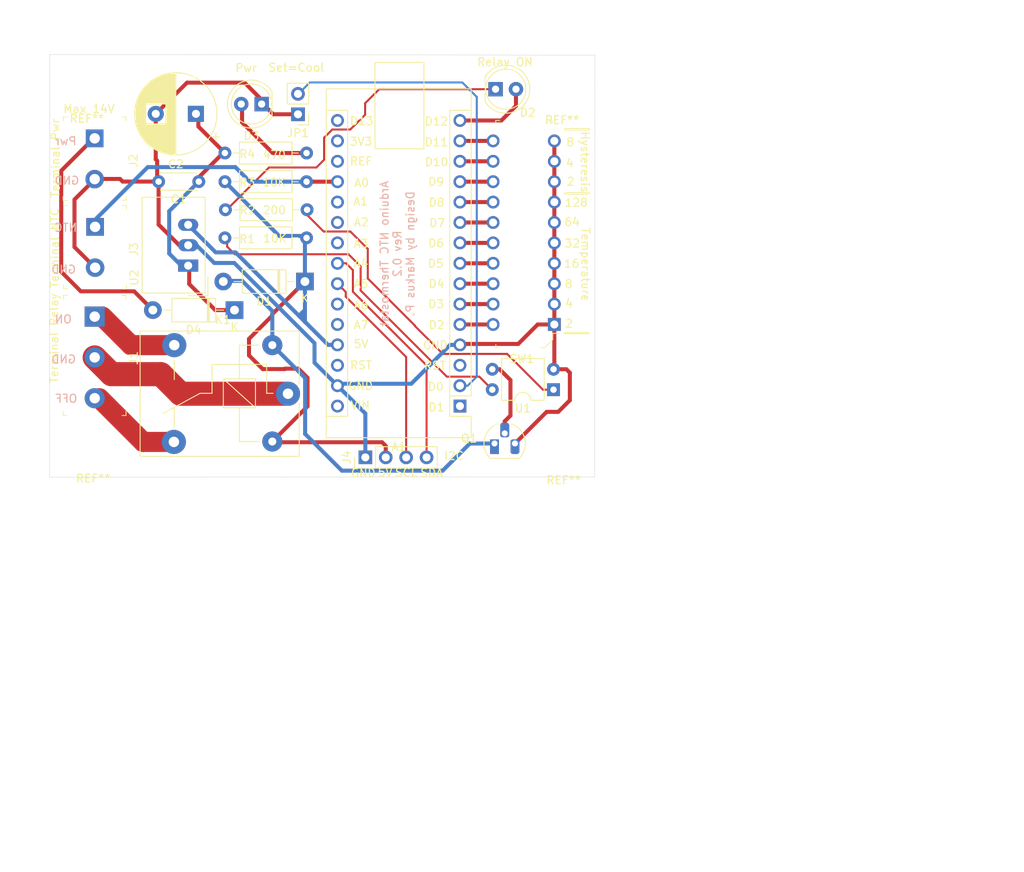
<source format=kicad_pcb>
(kicad_pcb (version 20171130) (host pcbnew "(5.1.9)-1")

  (general
    (thickness 1.6)
    (drawings 76)
    (tracks 210)
    (zones 0)
    (modules 29)
    (nets 41)
  )

  (page A4)
  (layers
    (0 F.Cu signal)
    (31 B.Cu signal)
    (32 B.Adhes user)
    (33 F.Adhes user)
    (34 B.Paste user)
    (35 F.Paste user)
    (36 B.SilkS user)
    (37 F.SilkS user)
    (38 B.Mask user)
    (39 F.Mask user)
    (40 Dwgs.User user)
    (41 Cmts.User user)
    (42 Eco1.User user)
    (43 Eco2.User user)
    (44 Edge.Cuts user)
    (45 Margin user)
    (46 B.CrtYd user)
    (47 F.CrtYd user)
    (48 B.Fab user hide)
    (49 F.Fab user hide)
  )

  (setup
    (last_trace_width 0.25)
    (user_trace_width 0.25)
    (user_trace_width 0.5)
    (user_trace_width 1)
    (trace_clearance 0.2)
    (zone_clearance 0.508)
    (zone_45_only no)
    (trace_min 0.2)
    (via_size 0.8)
    (via_drill 0.4)
    (via_min_size 0.4)
    (via_min_drill 0.3)
    (uvia_size 0.3)
    (uvia_drill 0.1)
    (uvias_allowed no)
    (uvia_min_size 0.2)
    (uvia_min_drill 0.1)
    (edge_width 0.05)
    (segment_width 0.2)
    (pcb_text_width 0.3)
    (pcb_text_size 1.5 1.5)
    (mod_edge_width 0.12)
    (mod_text_size 1 1)
    (mod_text_width 0.15)
    (pad_size 1.524 1.524)
    (pad_drill 0.762)
    (pad_to_mask_clearance 0)
    (aux_axis_origin 0 0)
    (visible_elements 7FFFFFFF)
    (pcbplotparams
      (layerselection 0x010fc_ffffffff)
      (usegerberextensions false)
      (usegerberattributes true)
      (usegerberadvancedattributes true)
      (creategerberjobfile true)
      (excludeedgelayer true)
      (linewidth 0.100000)
      (plotframeref false)
      (viasonmask false)
      (mode 1)
      (useauxorigin false)
      (hpglpennumber 1)
      (hpglpenspeed 20)
      (hpglpendiameter 15.000000)
      (psnegative false)
      (psa4output false)
      (plotreference true)
      (plotvalue true)
      (plotinvisibletext false)
      (padsonsilk false)
      (subtractmaskfromsilk false)
      (outputformat 1)
      (mirror false)
      (drillshape 0)
      (scaleselection 1)
      (outputdirectory "Gerber/"))
  )

  (net 0 "")
  (net 1 "Net-(A1-Pad1)")
  (net 2 "Net-(A1-Pad17)")
  (net 3 "Net-(A1-Pad2)")
  (net 4 "Net-(A1-Pad18)")
  (net 5 "Net-(A1-Pad3)")
  (net 6 "Net-(A1-Pad19)")
  (net 7 GND)
  (net 8 "Net-(A1-Pad20)")
  (net 9 "Net-(A1-Pad5)")
  (net 10 "Net-(A1-Pad21)")
  (net 11 "Net-(A1-Pad6)")
  (net 12 "Net-(A1-Pad22)")
  (net 13 "Net-(A1-Pad7)")
  (net 14 "Net-(A1-Pad23)")
  (net 15 "Net-(A1-Pad8)")
  (net 16 "Net-(A1-Pad24)")
  (net 17 "Net-(A1-Pad9)")
  (net 18 "Net-(A1-Pad25)")
  (net 19 "Net-(A1-Pad10)")
  (net 20 "Net-(A1-Pad26)")
  (net 21 "Net-(A1-Pad11)")
  (net 22 "Net-(A1-Pad12)")
  (net 23 "Net-(A1-Pad28)")
  (net 24 "Net-(A1-Pad13)")
  (net 25 "Net-(A1-Pad14)")
  (net 26 "Net-(A1-Pad30)")
  (net 27 "Net-(A1-Pad15)")
  (net 28 "Net-(A1-Pad16)")
  (net 29 "Net-(D1-Pad2)")
  (net 30 +5V)
  (net 31 "Net-(D2-Pad1)")
  (net 32 "Net-(D3-Pad2)")
  (net 33 "Net-(C1-Pad1)")
  (net 34 "Net-(D4-Pad2)")
  (net 35 "Net-(J1-Pad1)")
  (net 36 "Net-(J1-Pad2)")
  (net 37 "Net-(J1-Pad3)")
  (net 38 "Net-(Q1-Pad2)")
  (net 39 "Net-(R1-Pad1)")
  (net 40 "Net-(R2-Pad2)")

  (net_class Default "Dies ist die voreingestellte Netzklasse."
    (clearance 0.2)
    (trace_width 0.25)
    (via_dia 0.8)
    (via_drill 0.4)
    (uvia_dia 0.3)
    (uvia_drill 0.1)
    (add_net +5V)
    (add_net GND)
    (add_net "Net-(A1-Pad1)")
    (add_net "Net-(A1-Pad10)")
    (add_net "Net-(A1-Pad11)")
    (add_net "Net-(A1-Pad12)")
    (add_net "Net-(A1-Pad13)")
    (add_net "Net-(A1-Pad14)")
    (add_net "Net-(A1-Pad15)")
    (add_net "Net-(A1-Pad16)")
    (add_net "Net-(A1-Pad17)")
    (add_net "Net-(A1-Pad18)")
    (add_net "Net-(A1-Pad19)")
    (add_net "Net-(A1-Pad2)")
    (add_net "Net-(A1-Pad20)")
    (add_net "Net-(A1-Pad21)")
    (add_net "Net-(A1-Pad22)")
    (add_net "Net-(A1-Pad23)")
    (add_net "Net-(A1-Pad24)")
    (add_net "Net-(A1-Pad25)")
    (add_net "Net-(A1-Pad26)")
    (add_net "Net-(A1-Pad28)")
    (add_net "Net-(A1-Pad3)")
    (add_net "Net-(A1-Pad30)")
    (add_net "Net-(A1-Pad5)")
    (add_net "Net-(A1-Pad6)")
    (add_net "Net-(A1-Pad7)")
    (add_net "Net-(A1-Pad8)")
    (add_net "Net-(A1-Pad9)")
    (add_net "Net-(C1-Pad1)")
    (add_net "Net-(D1-Pad2)")
    (add_net "Net-(D2-Pad1)")
    (add_net "Net-(D3-Pad2)")
    (add_net "Net-(D4-Pad2)")
    (add_net "Net-(J1-Pad1)")
    (add_net "Net-(J1-Pad2)")
    (add_net "Net-(J1-Pad3)")
    (add_net "Net-(Q1-Pad2)")
    (add_net "Net-(R1-Pad1)")
    (add_net "Net-(R2-Pad2)")
  )

  (module "" (layer F.Cu) (tedit 0) (tstamp 0)
    (at 91.2622 52.8066)
    (fp_text reference "" (at 91.7194 52.705) (layer F.SilkS)
      (effects (font (size 1.27 1.27) (thickness 0.15)))
    )
    (fp_text value "" (at 91.7194 52.705) (layer F.SilkS)
      (effects (font (size 1.27 1.27) (thickness 0.15)))
    )
  )

  (module "" (layer F.Cu) (tedit 0) (tstamp 0)
    (at 91.7194 52.705)
    (fp_text reference "" (at 91.6178 64.1604) (layer F.SilkS)
      (effects (font (size 1.27 1.27) (thickness 0.15)))
    )
    (fp_text value "" (at 91.6178 64.1604) (layer F.SilkS)
      (effects (font (size 1.27 1.27) (thickness 0.15)))
    )
  )

  (module "" (layer F.Cu) (tedit 0) (tstamp 0)
    (at 91.3892 59.2836)
    (fp_text reference "" (at 120.2436 81.915) (layer F.SilkS)
      (effects (font (size 1.27 1.27) (thickness 0.15)))
    )
    (fp_text value "" (at 120.2436 81.915) (layer F.SilkS)
      (effects (font (size 1.27 1.27) (thickness 0.15)))
    )
  )

  (module "" (layer F.Cu) (tedit 0) (tstamp 0)
    (at 91.2114 53.1114)
    (fp_text reference "" (at 120.2436 81.915) (layer F.SilkS)
      (effects (font (size 1.27 1.27) (thickness 0.15)))
    )
    (fp_text value "" (at 120.2436 81.915) (layer F.SilkS)
      (effects (font (size 1.27 1.27) (thickness 0.15)))
    )
  )

  (module Relay_THT:Relay_SPDT_SANYOU_SRD_Series_Form_C (layer F.Cu) (tedit 58FA3148) (tstamp 61760733)
    (at 120.2436 81.915 180)
    (descr "relay Sanyou SRD series Form C http://www.sanyourelay.ca/public/products/pdf/SRD.pdf")
    (tags "relay Sanyu SRD form C")
    (path /6175EF00)
    (fp_text reference K1 (at 8.1 9.2) (layer F.SilkS)
      (effects (font (size 1 1) (thickness 0.15)))
    )
    (fp_text value SANYOU_SRD_Form_C (at 8 -9.6) (layer F.Fab)
      (effects (font (size 1 1) (thickness 0.15)))
    )
    (fp_line (start -1.4 1.2) (end -1.4 7.8) (layer F.SilkS) (width 0.12))
    (fp_line (start -1.4 -7.8) (end -1.4 -1.2) (layer F.SilkS) (width 0.12))
    (fp_line (start -1.4 -7.8) (end 18.4 -7.8) (layer F.SilkS) (width 0.12))
    (fp_line (start 18.4 -7.8) (end 18.4 7.8) (layer F.SilkS) (width 0.12))
    (fp_line (start 18.4 7.8) (end -1.4 7.8) (layer F.SilkS) (width 0.12))
    (fp_line (start -1.3 -7.7) (end 18.3 -7.7) (layer F.Fab) (width 0.12))
    (fp_line (start 18.3 -7.7) (end 18.3 7.7) (layer F.Fab) (width 0.12))
    (fp_line (start 18.3 7.7) (end -1.3 7.7) (layer F.Fab) (width 0.12))
    (fp_line (start -1.3 7.7) (end -1.3 -7.7) (layer F.Fab) (width 0.12))
    (fp_line (start 18.55 -7.95) (end -1.55 -7.95) (layer F.CrtYd) (width 0.05))
    (fp_line (start -1.55 7.95) (end -1.55 -7.95) (layer F.CrtYd) (width 0.05))
    (fp_line (start 18.55 -7.95) (end 18.55 7.95) (layer F.CrtYd) (width 0.05))
    (fp_line (start -1.55 7.95) (end 18.55 7.95) (layer F.CrtYd) (width 0.05))
    (fp_line (start 14.15 4.2) (end 14.15 1.75) (layer F.SilkS) (width 0.12))
    (fp_line (start 14.15 -4.2) (end 14.15 -1.7) (layer F.SilkS) (width 0.12))
    (fp_line (start 3.55 6.05) (end 6.05 6.05) (layer F.SilkS) (width 0.12))
    (fp_line (start 2.65 0.05) (end 1.85 0.05) (layer F.SilkS) (width 0.12))
    (fp_line (start 6.05 -5.95) (end 3.55 -5.95) (layer F.SilkS) (width 0.12))
    (fp_line (start 9.45 0.05) (end 10.95 0.05) (layer F.SilkS) (width 0.12))
    (fp_line (start 10.95 0.05) (end 15.55 -2.45) (layer F.SilkS) (width 0.12))
    (fp_line (start 9.45 3.65) (end 2.65 3.65) (layer F.SilkS) (width 0.12))
    (fp_line (start 9.45 0.05) (end 9.45 3.65) (layer F.SilkS) (width 0.12))
    (fp_line (start 2.65 0.05) (end 2.65 3.65) (layer F.SilkS) (width 0.12))
    (fp_line (start 6.05 -5.95) (end 6.05 -1.75) (layer F.SilkS) (width 0.12))
    (fp_line (start 6.05 1.85) (end 6.05 6.05) (layer F.SilkS) (width 0.12))
    (fp_line (start 8.05 1.85) (end 4.05 -1.75) (layer F.SilkS) (width 0.12))
    (fp_line (start 4.05 1.85) (end 4.05 -1.75) (layer F.SilkS) (width 0.12))
    (fp_line (start 4.05 -1.75) (end 8.05 -1.75) (layer F.SilkS) (width 0.12))
    (fp_line (start 8.05 -1.75) (end 8.05 1.85) (layer F.SilkS) (width 0.12))
    (fp_line (start 8.05 1.85) (end 4.05 1.85) (layer F.SilkS) (width 0.12))
    (fp_text user 1 (at 0 -2.3) (layer F.Fab)
      (effects (font (size 1 1) (thickness 0.15)))
    )
    (fp_text user %R (at 7.1 0.025) (layer F.Fab)
      (effects (font (size 1 1) (thickness 0.15)))
    )
    (pad 2 thru_hole circle (at 1.95 6.05 270) (size 2.5 2.5) (drill 1) (layers *.Cu *.Mask)
      (net 29 "Net-(D1-Pad2)"))
    (pad 3 thru_hole circle (at 14.15 6.05 270) (size 3 3) (drill 1.3) (layers *.Cu *.Mask)
      (net 35 "Net-(J1-Pad1)"))
    (pad 4 thru_hole circle (at 14.2 -6 270) (size 3 3) (drill 1.3) (layers *.Cu *.Mask)
      (net 37 "Net-(J1-Pad3)"))
    (pad 5 thru_hole circle (at 1.95 -5.95 270) (size 2.5 2.5) (drill 1) (layers *.Cu *.Mask)
      (net 30 +5V))
    (pad 1 thru_hole circle (at 0 0 270) (size 3 3) (drill 1.3) (layers *.Cu *.Mask)
      (net 36 "Net-(J1-Pad2)"))
    (model ${KISYS3DMOD}/Relay_THT.3dshapes/Relay_SPDT_SANYOU_SRD_Series_Form_C.wrl
      (at (xyz 0 0 0))
      (scale (xyz 1 1 1))
      (rotate (xyz 0 0 0))
    )
    (model "C:/Program Files/KiCad/share/kicad/modules/Package_SIP.pretty/SIP3_11.6x8.5mm.kicad_mod"
      (at (xyz 0 0 0))
      (scale (xyz 1 1 1))
      (rotate (xyz 0 0 0))
    )
  )

  (module MountingHole:MountingHole_3.2mm_M3 (layer F.Cu) (tedit 56D1B4CB) (tstamp 617673FC)
    (at 154.3558 43.6372 180)
    (descr "Mounting Hole 3.2mm, no annular, M3")
    (tags "mounting hole 3.2mm no annular m3")
    (attr virtual)
    (fp_text reference REF** (at 0 -4.2) (layer F.SilkS)
      (effects (font (size 1 1) (thickness 0.15)))
    )
    (fp_text value MountingHole_3.2mm_M3 (at 0 4.2) (layer F.Fab)
      (effects (font (size 1 1) (thickness 0.15)))
    )
    (fp_circle (center 0 0) (end 3.45 0) (layer F.CrtYd) (width 0.05))
    (fp_circle (center 0 0) (end 3.2 0) (layer Cmts.User) (width 0.15))
    (fp_text user %R (at 0.3 0) (layer F.Fab)
      (effects (font (size 1 1) (thickness 0.15)))
    )
    (pad 1 np_thru_hole circle (at 0 0 180) (size 3.2 3.2) (drill 3.2) (layers *.Cu *.Mask))
  )

  (module MountingHole:MountingHole_3.2mm_M3 (layer F.Cu) (tedit 56D1B4CB) (tstamp 617673FC)
    (at 154.559 88.4682 180)
    (descr "Mounting Hole 3.2mm, no annular, M3")
    (tags "mounting hole 3.2mm no annular m3")
    (attr virtual)
    (fp_text reference REF** (at 0 -4.2) (layer F.SilkS)
      (effects (font (size 1 1) (thickness 0.15)))
    )
    (fp_text value MountingHole_3.2mm_M3 (at 0 4.2) (layer F.Fab)
      (effects (font (size 1 1) (thickness 0.15)))
    )
    (fp_circle (center 0 0) (end 3.45 0) (layer F.CrtYd) (width 0.05))
    (fp_circle (center 0 0) (end 3.2 0) (layer Cmts.User) (width 0.15))
    (fp_text user %R (at 0.3 0) (layer F.Fab)
      (effects (font (size 1 1) (thickness 0.15)))
    )
    (pad 1 np_thru_hole circle (at 0 0 180) (size 3.2 3.2) (drill 3.2) (layers *.Cu *.Mask))
  )

  (module MountingHole:MountingHole_3.2mm_M3 (layer F.Cu) (tedit 56D1B4CB) (tstamp 617673F9)
    (at 95.2246 43.4594 180)
    (descr "Mounting Hole 3.2mm, no annular, M3")
    (tags "mounting hole 3.2mm no annular m3")
    (attr virtual)
    (fp_text reference REF** (at 0 -4.2) (layer F.SilkS)
      (effects (font (size 1 1) (thickness 0.15)))
    )
    (fp_text value MountingHole_3.2mm_M3 (at 0 4.2) (layer F.Fab)
      (effects (font (size 1 1) (thickness 0.15)))
    )
    (fp_circle (center 0 0) (end 3.45 0) (layer F.CrtYd) (width 0.05))
    (fp_circle (center 0 0) (end 3.2 0) (layer Cmts.User) (width 0.15))
    (fp_text user %R (at 0.3 0) (layer F.Fab)
      (effects (font (size 1 1) (thickness 0.15)))
    )
    (pad 1 np_thru_hole circle (at 0 0 180) (size 3.2 3.2) (drill 3.2) (layers *.Cu *.Mask))
  )

  (module MountingHole:MountingHole_3.2mm_M3 (layer F.Cu) (tedit 56D1B4CB) (tstamp 617673D5)
    (at 96.012 88.265 180)
    (descr "Mounting Hole 3.2mm, no annular, M3")
    (tags "mounting hole 3.2mm no annular m3")
    (attr virtual)
    (fp_text reference REF** (at 0 -4.2) (layer F.SilkS)
      (effects (font (size 1 1) (thickness 0.15)))
    )
    (fp_text value MountingHole_3.2mm_M3 (at 0 4.2) (layer F.Fab)
      (effects (font (size 1 1) (thickness 0.15)))
    )
    (fp_circle (center 0 0) (end 3.45 0) (layer F.CrtYd) (width 0.05))
    (fp_circle (center 0 0) (end 3.2 0) (layer Cmts.User) (width 0.15))
    (fp_text user %R (at 0.3 0) (layer F.Fab)
      (effects (font (size 1 1) (thickness 0.15)))
    )
    (pad 1 np_thru_hole circle (at 0 0 180) (size 3.2 3.2) (drill 3.2) (layers *.Cu *.Mask))
  )

  (module Module:Arduino_Nano_WithMountingHoles (layer F.Cu) (tedit 58ACAF99) (tstamp 6176064F)
    (at 141.6431 83.4517 180)
    (descr "Arduino Nano, http://www.mouser.com/pdfdocs/Gravitech_Arduino_Nano3_0.pdf")
    (tags "Arduino Nano")
    (path /605FB085)
    (fp_text reference A1 (at 7.62 -5.08) (layer F.SilkS)
      (effects (font (size 1 1) (thickness 0.15)))
    )
    (fp_text value Arduino_Nano_v3.x (at 8.89 15.24 90) (layer F.Fab)
      (effects (font (size 1 1) (thickness 0.15)))
    )
    (fp_line (start 1.27 1.27) (end 1.27 -1.27) (layer F.SilkS) (width 0.12))
    (fp_line (start 1.27 -1.27) (end -1.4 -1.27) (layer F.SilkS) (width 0.12))
    (fp_line (start -1.4 1.27) (end -1.4 39.5) (layer F.SilkS) (width 0.12))
    (fp_line (start -1.4 -3.94) (end -1.4 -1.27) (layer F.SilkS) (width 0.12))
    (fp_line (start 13.97 -1.27) (end 16.64 -1.27) (layer F.SilkS) (width 0.12))
    (fp_line (start 13.97 -1.27) (end 13.97 36.83) (layer F.SilkS) (width 0.12))
    (fp_line (start 13.97 36.83) (end 16.64 36.83) (layer F.SilkS) (width 0.12))
    (fp_line (start 1.27 1.27) (end -1.4 1.27) (layer F.SilkS) (width 0.12))
    (fp_line (start 1.27 1.27) (end 1.27 36.83) (layer F.SilkS) (width 0.12))
    (fp_line (start 1.27 36.83) (end -1.4 36.83) (layer F.SilkS) (width 0.12))
    (fp_line (start 3.81 31.75) (end 11.43 31.75) (layer F.Fab) (width 0.1))
    (fp_line (start 11.43 31.75) (end 11.43 41.91) (layer F.Fab) (width 0.1))
    (fp_line (start 11.43 41.91) (end 3.81 41.91) (layer F.Fab) (width 0.1))
    (fp_line (start 3.81 41.91) (end 3.81 31.75) (layer F.Fab) (width 0.1))
    (fp_line (start -1.4 39.5) (end 16.64 39.5) (layer F.SilkS) (width 0.12))
    (fp_line (start 16.64 39.5) (end 16.64 -3.94) (layer F.SilkS) (width 0.12))
    (fp_line (start 16.64 -3.94) (end -1.4 -3.94) (layer F.SilkS) (width 0.12))
    (fp_line (start 16.51 39.37) (end -1.27 39.37) (layer F.Fab) (width 0.1))
    (fp_line (start -1.27 39.37) (end -1.27 -2.54) (layer F.Fab) (width 0.1))
    (fp_line (start -1.27 -2.54) (end 0 -3.81) (layer F.Fab) (width 0.1))
    (fp_line (start 0 -3.81) (end 16.51 -3.81) (layer F.Fab) (width 0.1))
    (fp_line (start 16.51 -3.81) (end 16.51 39.37) (layer F.Fab) (width 0.1))
    (fp_line (start -1.53 -4.06) (end 16.75 -4.06) (layer F.CrtYd) (width 0.05))
    (fp_line (start -1.53 -4.06) (end -1.53 42.16) (layer F.CrtYd) (width 0.05))
    (fp_line (start 16.75 42.16) (end 16.75 -4.06) (layer F.CrtYd) (width 0.05))
    (fp_line (start 16.75 42.16) (end -1.53 42.16) (layer F.CrtYd) (width 0.05))
    (fp_text user %R (at 6.35 16.51 90) (layer F.Fab)
      (effects (font (size 1 1) (thickness 0.15)))
    )
    (pad 1 thru_hole rect (at 0 0 180) (size 1.6 1.6) (drill 1) (layers *.Cu *.Mask)
      (net 1 "Net-(A1-Pad1)"))
    (pad 17 thru_hole oval (at 15.24 33.02 180) (size 1.6 1.6) (drill 1) (layers *.Cu *.Mask)
      (net 2 "Net-(A1-Pad17)"))
    (pad 2 thru_hole oval (at 0 2.54 180) (size 1.6 1.6) (drill 1) (layers *.Cu *.Mask)
      (net 3 "Net-(A1-Pad2)"))
    (pad 18 thru_hole oval (at 15.24 30.48 180) (size 1.6 1.6) (drill 1) (layers *.Cu *.Mask)
      (net 4 "Net-(A1-Pad18)"))
    (pad 3 thru_hole oval (at 0 5.08 180) (size 1.6 1.6) (drill 1) (layers *.Cu *.Mask)
      (net 5 "Net-(A1-Pad3)"))
    (pad 19 thru_hole oval (at 15.24 27.94 180) (size 1.6 1.6) (drill 1) (layers *.Cu *.Mask)
      (net 6 "Net-(A1-Pad19)"))
    (pad 4 thru_hole oval (at 0 7.62 180) (size 1.6 1.6) (drill 1) (layers *.Cu *.Mask)
      (net 7 GND))
    (pad 20 thru_hole oval (at 15.24 25.4 180) (size 1.6 1.6) (drill 1) (layers *.Cu *.Mask)
      (net 8 "Net-(A1-Pad20)"))
    (pad 5 thru_hole oval (at 0 10.16 180) (size 1.6 1.6) (drill 1) (layers *.Cu *.Mask)
      (net 9 "Net-(A1-Pad5)"))
    (pad 21 thru_hole oval (at 15.24 22.86 180) (size 1.6 1.6) (drill 1) (layers *.Cu *.Mask)
      (net 10 "Net-(A1-Pad21)"))
    (pad 6 thru_hole oval (at 0 12.7 180) (size 1.6 1.6) (drill 1) (layers *.Cu *.Mask)
      (net 11 "Net-(A1-Pad6)"))
    (pad 22 thru_hole oval (at 15.24 20.32 180) (size 1.6 1.6) (drill 1) (layers *.Cu *.Mask)
      (net 12 "Net-(A1-Pad22)"))
    (pad 7 thru_hole oval (at 0 15.24 180) (size 1.6 1.6) (drill 1) (layers *.Cu *.Mask)
      (net 13 "Net-(A1-Pad7)"))
    (pad 23 thru_hole oval (at 15.24 17.78 180) (size 1.6 1.6) (drill 1) (layers *.Cu *.Mask)
      (net 14 "Net-(A1-Pad23)"))
    (pad 8 thru_hole oval (at 0 17.78 180) (size 1.6 1.6) (drill 1) (layers *.Cu *.Mask)
      (net 15 "Net-(A1-Pad8)"))
    (pad 24 thru_hole oval (at 15.24 15.24 180) (size 1.6 1.6) (drill 1) (layers *.Cu *.Mask)
      (net 16 "Net-(A1-Pad24)"))
    (pad 9 thru_hole oval (at 0 20.32 180) (size 1.6 1.6) (drill 1) (layers *.Cu *.Mask)
      (net 17 "Net-(A1-Pad9)"))
    (pad 25 thru_hole oval (at 15.24 12.7 180) (size 1.6 1.6) (drill 1) (layers *.Cu *.Mask)
      (net 18 "Net-(A1-Pad25)"))
    (pad 10 thru_hole oval (at 0 22.86 180) (size 1.6 1.6) (drill 1) (layers *.Cu *.Mask)
      (net 19 "Net-(A1-Pad10)"))
    (pad 26 thru_hole oval (at 15.24 10.16 180) (size 1.6 1.6) (drill 1) (layers *.Cu *.Mask)
      (net 20 "Net-(A1-Pad26)"))
    (pad 11 thru_hole oval (at 0 25.4 180) (size 1.6 1.6) (drill 1) (layers *.Cu *.Mask)
      (net 21 "Net-(A1-Pad11)"))
    (pad 27 thru_hole oval (at 15.24 7.62 180) (size 1.6 1.6) (drill 1) (layers *.Cu *.Mask)
      (net 30 +5V))
    (pad 12 thru_hole oval (at 0 27.94 180) (size 1.6 1.6) (drill 1) (layers *.Cu *.Mask)
      (net 22 "Net-(A1-Pad12)"))
    (pad 28 thru_hole oval (at 15.24 5.08 180) (size 1.6 1.6) (drill 1) (layers *.Cu *.Mask)
      (net 23 "Net-(A1-Pad28)"))
    (pad 13 thru_hole oval (at 0 30.48 180) (size 1.6 1.6) (drill 1) (layers *.Cu *.Mask)
      (net 24 "Net-(A1-Pad13)"))
    (pad 29 thru_hole oval (at 15.24 2.54 180) (size 1.6 1.6) (drill 1) (layers *.Cu *.Mask)
      (net 7 GND))
    (pad 14 thru_hole oval (at 0 33.02 180) (size 1.6 1.6) (drill 1) (layers *.Cu *.Mask)
      (net 25 "Net-(A1-Pad14)"))
    (pad 30 thru_hole oval (at 15.24 0 180) (size 1.6 1.6) (drill 1) (layers *.Cu *.Mask)
      (net 26 "Net-(A1-Pad30)"))
    (pad 15 thru_hole oval (at 0 35.56 180) (size 1.6 1.6) (drill 1) (layers *.Cu *.Mask)
      (net 27 "Net-(A1-Pad15)"))
    (pad 16 thru_hole oval (at 15.24 35.56 180) (size 1.6 1.6) (drill 1) (layers *.Cu *.Mask)
      (net 28 "Net-(A1-Pad16)"))
    (pad "" np_thru_hole circle (at 0 -2.54 180) (size 1.78 1.78) (drill 1.78) (layers *.Cu *.Mask))
    (pad "" np_thru_hole circle (at 15.24 -2.54 180) (size 1.78 1.78) (drill 1.78) (layers *.Cu *.Mask))
    (pad "" np_thru_hole circle (at 15.24 38.1 180) (size 1.78 1.78) (drill 1.78) (layers *.Cu *.Mask))
    (pad "" np_thru_hole circle (at 0 38.1 180) (size 1.78 1.78) (drill 1.78) (layers *.Cu *.Mask))
    (model ${KISYS3DMOD}/Module.3dshapes/Arduino_Nano_WithMountingHoles.wrl
      (at (xyz 0 0 0))
      (scale (xyz 1 1 1))
      (rotate (xyz 0 0 0))
    )
    (model D:/MarkusDaten/Kicad/Lib/Arduino.3dshapes/arduino_nano.x3d
      (at (xyz 0 0 0))
      (scale (xyz 1 1 1))
      (rotate (xyz 0 0 0))
    )
  )

  (module Diode_THT:D_DO-41_SOD81_P10.16mm_Horizontal (layer F.Cu) (tedit 5AE50CD5) (tstamp 6176066E)
    (at 122.3518 67.945 180)
    (descr "Diode, DO-41_SOD81 series, Axial, Horizontal, pin pitch=10.16mm, , length*diameter=5.2*2.7mm^2, , http://www.diodes.com/_files/packages/DO-41%20(Plastic).pdf")
    (tags "Diode DO-41_SOD81 series Axial Horizontal pin pitch 10.16mm  length 5.2mm diameter 2.7mm")
    (path /61755A76)
    (fp_text reference D1 (at 5.08 -2.47) (layer F.SilkS)
      (effects (font (size 1 1) (thickness 0.15)))
    )
    (fp_text value 1N4001 (at 5.1816 1.2446) (layer F.Fab)
      (effects (font (size 1 1) (thickness 0.15)))
    )
    (fp_line (start 11.51 -1.6) (end -1.35 -1.6) (layer F.CrtYd) (width 0.05))
    (fp_line (start 11.51 1.6) (end 11.51 -1.6) (layer F.CrtYd) (width 0.05))
    (fp_line (start -1.35 1.6) (end 11.51 1.6) (layer F.CrtYd) (width 0.05))
    (fp_line (start -1.35 -1.6) (end -1.35 1.6) (layer F.CrtYd) (width 0.05))
    (fp_line (start 3.14 -1.47) (end 3.14 1.47) (layer F.SilkS) (width 0.12))
    (fp_line (start 3.38 -1.47) (end 3.38 1.47) (layer F.SilkS) (width 0.12))
    (fp_line (start 3.26 -1.47) (end 3.26 1.47) (layer F.SilkS) (width 0.12))
    (fp_line (start 8.82 0) (end 7.8 0) (layer F.SilkS) (width 0.12))
    (fp_line (start 1.34 0) (end 2.36 0) (layer F.SilkS) (width 0.12))
    (fp_line (start 7.8 -1.47) (end 2.36 -1.47) (layer F.SilkS) (width 0.12))
    (fp_line (start 7.8 1.47) (end 7.8 -1.47) (layer F.SilkS) (width 0.12))
    (fp_line (start 2.36 1.47) (end 7.8 1.47) (layer F.SilkS) (width 0.12))
    (fp_line (start 2.36 -1.47) (end 2.36 1.47) (layer F.SilkS) (width 0.12))
    (fp_line (start 3.16 -1.35) (end 3.16 1.35) (layer F.Fab) (width 0.1))
    (fp_line (start 3.36 -1.35) (end 3.36 1.35) (layer F.Fab) (width 0.1))
    (fp_line (start 3.26 -1.35) (end 3.26 1.35) (layer F.Fab) (width 0.1))
    (fp_line (start 10.16 0) (end 7.68 0) (layer F.Fab) (width 0.1))
    (fp_line (start 0 0) (end 2.48 0) (layer F.Fab) (width 0.1))
    (fp_line (start 7.68 -1.35) (end 2.48 -1.35) (layer F.Fab) (width 0.1))
    (fp_line (start 7.68 1.35) (end 7.68 -1.35) (layer F.Fab) (width 0.1))
    (fp_line (start 2.48 1.35) (end 7.68 1.35) (layer F.Fab) (width 0.1))
    (fp_line (start 2.48 -1.35) (end 2.48 1.35) (layer F.Fab) (width 0.1))
    (fp_text user K (at 0 -2.1) (layer F.SilkS)
      (effects (font (size 1 1) (thickness 0.15)))
    )
    (fp_text user K (at 0 -2.1) (layer F.Fab)
      (effects (font (size 1 1) (thickness 0.15)))
    )
    (fp_text user %R (at 5.47 0) (layer F.Fab)
      (effects (font (size 1 1) (thickness 0.15)))
    )
    (pad 2 thru_hole oval (at 10.16 0 180) (size 2.2 2.2) (drill 1.1) (layers *.Cu *.Mask)
      (net 29 "Net-(D1-Pad2)"))
    (pad 1 thru_hole rect (at 0 0 180) (size 2.2 2.2) (drill 1.1) (layers *.Cu *.Mask)
      (net 30 +5V))
    (model ${KISYS3DMOD}/Diode_THT.3dshapes/D_DO-41_SOD81_P10.16mm_Horizontal.wrl
      (at (xyz 0 0 0))
      (scale (xyz 1 1 1))
      (rotate (xyz 0 0 0))
    )
  )

  (module LED_THT:LED_D5.0mm (layer F.Cu) (tedit 5995936A) (tstamp 61760680)
    (at 146.0754 43.9928)
    (descr "LED, diameter 5.0mm, 2 pins, http://cdn-reichelt.de/documents/datenblatt/A500/LL-504BC2E-009.pdf")
    (tags "LED diameter 5.0mm 2 pins")
    (path /6175631D)
    (fp_text reference D2 (at 3.9878 2.921) (layer F.SilkS)
      (effects (font (size 1 1) (thickness 0.15)))
    )
    (fp_text value " LED Green" (at 1.27 3.96) (layer F.Fab)
      (effects (font (size 1 1) (thickness 0.15)))
    )
    (fp_circle (center 1.27 0) (end 3.77 0) (layer F.Fab) (width 0.1))
    (fp_circle (center 1.27 0) (end 3.77 0) (layer F.SilkS) (width 0.12))
    (fp_line (start -1.23 -1.469694) (end -1.23 1.469694) (layer F.Fab) (width 0.1))
    (fp_line (start -1.29 -1.545) (end -1.29 1.545) (layer F.SilkS) (width 0.12))
    (fp_line (start -1.95 -3.25) (end -1.95 3.25) (layer F.CrtYd) (width 0.05))
    (fp_line (start -1.95 3.25) (end 4.5 3.25) (layer F.CrtYd) (width 0.05))
    (fp_line (start 4.5 3.25) (end 4.5 -3.25) (layer F.CrtYd) (width 0.05))
    (fp_line (start 4.5 -3.25) (end -1.95 -3.25) (layer F.CrtYd) (width 0.05))
    (fp_arc (start 1.27 0) (end -1.23 -1.469694) (angle 299.1) (layer F.Fab) (width 0.1))
    (fp_arc (start 1.27 0) (end -1.29 -1.54483) (angle 148.9) (layer F.SilkS) (width 0.12))
    (fp_arc (start 1.27 0) (end -1.29 1.54483) (angle -148.9) (layer F.SilkS) (width 0.12))
    (fp_text user %R (at 1.25 0) (layer F.Fab)
      (effects (font (size 0.8 0.8) (thickness 0.2)))
    )
    (pad 1 thru_hole rect (at 0 0) (size 1.8 1.8) (drill 0.9) (layers *.Cu *.Mask)
      (net 31 "Net-(D2-Pad1)"))
    (pad 2 thru_hole circle (at 2.54 0) (size 1.8 1.8) (drill 0.9) (layers *.Cu *.Mask)
      (net 27 "Net-(A1-Pad15)"))
    (model ${KISYS3DMOD}/LED_THT.3dshapes/LED_D5.0mm.wrl
      (at (xyz 0 0 0))
      (scale (xyz 1 1 1))
      (rotate (xyz 0 0 0))
    )
  )

  (module LED_THT:LED_D5.0mm (layer F.Cu) (tedit 5995936A) (tstamp 61760692)
    (at 116.967 45.847 180)
    (descr "LED, diameter 5.0mm, 2 pins, http://cdn-reichelt.de/documents/datenblatt/A500/LL-504BC2E-009.pdf")
    (tags "LED diameter 5.0mm 2 pins")
    (path /61772245)
    (fp_text reference D3 (at 1.27 -3.96) (layer F.SilkS)
      (effects (font (size 1 1) (thickness 0.15)))
    )
    (fp_text value "LED Yellow" (at 1.27 3.96) (layer F.Fab)
      (effects (font (size 1 1) (thickness 0.15)))
    )
    (fp_line (start 4.5 -3.25) (end -1.95 -3.25) (layer F.CrtYd) (width 0.05))
    (fp_line (start 4.5 3.25) (end 4.5 -3.25) (layer F.CrtYd) (width 0.05))
    (fp_line (start -1.95 3.25) (end 4.5 3.25) (layer F.CrtYd) (width 0.05))
    (fp_line (start -1.95 -3.25) (end -1.95 3.25) (layer F.CrtYd) (width 0.05))
    (fp_line (start -1.29 -1.545) (end -1.29 1.545) (layer F.SilkS) (width 0.12))
    (fp_line (start -1.23 -1.469694) (end -1.23 1.469694) (layer F.Fab) (width 0.1))
    (fp_circle (center 1.27 0) (end 3.77 0) (layer F.SilkS) (width 0.12))
    (fp_circle (center 1.27 0) (end 3.77 0) (layer F.Fab) (width 0.1))
    (fp_text user %R (at 1.25 0) (layer F.Fab)
      (effects (font (size 0.8 0.8) (thickness 0.2)))
    )
    (fp_arc (start 1.27 0) (end -1.29 1.54483) (angle -148.9) (layer F.SilkS) (width 0.12))
    (fp_arc (start 1.27 0) (end -1.29 -1.54483) (angle 148.9) (layer F.SilkS) (width 0.12))
    (fp_arc (start 1.27 0) (end -1.23 -1.469694) (angle 299.1) (layer F.Fab) (width 0.1))
    (pad 2 thru_hole circle (at 2.54 0 180) (size 1.8 1.8) (drill 0.9) (layers *.Cu *.Mask)
      (net 32 "Net-(D3-Pad2)"))
    (pad 1 thru_hole rect (at 0 0 180) (size 1.8 1.8) (drill 0.9) (layers *.Cu *.Mask)
      (net 7 GND))
    (model ${KISYS3DMOD}/LED_THT.3dshapes/LED_D5.0mm.wrl
      (at (xyz 0 0 0))
      (scale (xyz 1 1 1))
      (rotate (xyz 0 0 0))
    )
  )

  (module Diode_THT:D_DO-41_SOD81_P10.16mm_Horizontal (layer F.Cu) (tedit 5AE50CD5) (tstamp 61766ADB)
    (at 113.5888 71.501 180)
    (descr "Diode, DO-41_SOD81 series, Axial, Horizontal, pin pitch=10.16mm, , length*diameter=5.2*2.7mm^2, , http://www.diodes.com/_files/packages/DO-41%20(Plastic).pdf")
    (tags "Diode DO-41_SOD81 series Axial Horizontal pin pitch 10.16mm  length 5.2mm diameter 2.7mm")
    (path /617939C8)
    (fp_text reference D4 (at 5.08 -2.47) (layer F.SilkS)
      (effects (font (size 1 1) (thickness 0.15)))
    )
    (fp_text value 1N4001 (at 5.08 2.47) (layer F.Fab)
      (effects (font (size 1 1) (thickness 0.15)))
    )
    (fp_line (start 2.48 -1.35) (end 2.48 1.35) (layer F.Fab) (width 0.1))
    (fp_line (start 2.48 1.35) (end 7.68 1.35) (layer F.Fab) (width 0.1))
    (fp_line (start 7.68 1.35) (end 7.68 -1.35) (layer F.Fab) (width 0.1))
    (fp_line (start 7.68 -1.35) (end 2.48 -1.35) (layer F.Fab) (width 0.1))
    (fp_line (start 0 0) (end 2.48 0) (layer F.Fab) (width 0.1))
    (fp_line (start 10.16 0) (end 7.68 0) (layer F.Fab) (width 0.1))
    (fp_line (start 3.26 -1.35) (end 3.26 1.35) (layer F.Fab) (width 0.1))
    (fp_line (start 3.36 -1.35) (end 3.36 1.35) (layer F.Fab) (width 0.1))
    (fp_line (start 3.16 -1.35) (end 3.16 1.35) (layer F.Fab) (width 0.1))
    (fp_line (start 2.36 -1.47) (end 2.36 1.47) (layer F.SilkS) (width 0.12))
    (fp_line (start 2.36 1.47) (end 7.8 1.47) (layer F.SilkS) (width 0.12))
    (fp_line (start 7.8 1.47) (end 7.8 -1.47) (layer F.SilkS) (width 0.12))
    (fp_line (start 7.8 -1.47) (end 2.36 -1.47) (layer F.SilkS) (width 0.12))
    (fp_line (start 1.34 0) (end 2.36 0) (layer F.SilkS) (width 0.12))
    (fp_line (start 8.82 0) (end 7.8 0) (layer F.SilkS) (width 0.12))
    (fp_line (start 3.26 -1.47) (end 3.26 1.47) (layer F.SilkS) (width 0.12))
    (fp_line (start 3.38 -1.47) (end 3.38 1.47) (layer F.SilkS) (width 0.12))
    (fp_line (start 3.14 -1.47) (end 3.14 1.47) (layer F.SilkS) (width 0.12))
    (fp_line (start -1.35 -1.6) (end -1.35 1.6) (layer F.CrtYd) (width 0.05))
    (fp_line (start -1.35 1.6) (end 11.51 1.6) (layer F.CrtYd) (width 0.05))
    (fp_line (start 11.51 1.6) (end 11.51 -1.6) (layer F.CrtYd) (width 0.05))
    (fp_line (start 11.51 -1.6) (end -1.35 -1.6) (layer F.CrtYd) (width 0.05))
    (fp_text user %R (at 5.47 0) (layer F.Fab)
      (effects (font (size 1 1) (thickness 0.15)))
    )
    (fp_text user K (at 0 -2.1) (layer F.Fab)
      (effects (font (size 1 1) (thickness 0.15)))
    )
    (fp_text user K (at 0 -2.1) (layer F.SilkS)
      (effects (font (size 1 1) (thickness 0.15)))
    )
    (pad 1 thru_hole rect (at 0 0 180) (size 2.2 2.2) (drill 1.1) (layers *.Cu *.Mask)
      (net 33 "Net-(C1-Pad1)"))
    (pad 2 thru_hole oval (at 10.16 0 180) (size 2.2 2.2) (drill 1.1) (layers *.Cu *.Mask)
      (net 34 "Net-(D4-Pad2)"))
    (model ${KISYS3DMOD}/Diode_THT.3dshapes/D_DO-41_SOD81_P10.16mm_Horizontal.wrl
      (at (xyz 0 0 0))
      (scale (xyz 1 1 1))
      (rotate (xyz 0 0 0))
    )
  )

  (module digikey-footprints:TERM_BLOCK_1x3_P5.08MM (layer F.Cu) (tedit 5D4199C5) (tstamp 617606C8)
    (at 96.1898 72.3138 270)
    (descr http://www.on-shore.com/wp-content/uploads/2015/09/osttcxx2162.pdf)
    (path /617A258E)
    (fp_text reference J1 (at 5.16 -4.85 90) (layer F.SilkS)
      (effects (font (size 1 1) (thickness 0.15)))
    )
    (fp_text value "Terminal Relay" (at 2.6924 5.0546 90) (layer F.SilkS)
      (effects (font (size 1 1) (thickness 0.15)))
    )
    (fp_line (start -2.75 -4.05) (end -2.75 4.05) (layer F.CrtYd) (width 0.05))
    (fp_line (start 12.45 4.05) (end -2.75 4.05) (layer F.CrtYd) (width 0.05))
    (fp_line (start 12.45 -4.05) (end 12.45 4.05) (layer F.CrtYd) (width 0.05))
    (fp_line (start 12.45 -4.05) (end -2.75 -4.05) (layer F.CrtYd) (width 0.05))
    (fp_line (start 12.31 -3.9) (end 11.81 -3.9) (layer F.SilkS) (width 0.1))
    (fp_line (start 12.31 -3.9) (end 12.31 -3.4) (layer F.SilkS) (width 0.1))
    (fp_line (start 12.3 3.92) (end 11.8 3.92) (layer F.SilkS) (width 0.1))
    (fp_line (start 12.3 3.42) (end 12.3 3.92) (layer F.SilkS) (width 0.1))
    (fp_line (start -2.65 3.9) (end -2.15 3.9) (layer F.SilkS) (width 0.1))
    (fp_line (start -2.65 3.4) (end -2.65 3.9) (layer F.SilkS) (width 0.1))
    (fp_line (start -2.65 -3.9) (end -2.65 -3.4) (layer F.SilkS) (width 0.1))
    (fp_line (start -2.65 -3.9) (end -2.15 -3.9) (layer F.SilkS) (width 0.1))
    (fp_line (start -2.54 3.8) (end 12.2 3.8) (layer F.Fab) (width 0.1))
    (fp_line (start 12.2 -3.8) (end 12.2 3.8) (layer F.Fab) (width 0.1))
    (fp_line (start -2.54 -3.8) (end 12.2 -3.8) (layer F.Fab) (width 0.1))
    (fp_line (start -2.54 -3.8) (end -2.54 3.8) (layer F.Fab) (width 0.1))
    (pad 1 thru_hole rect (at 0 0 270) (size 2.5 2.5) (drill 1.3) (layers *.Cu *.Mask)
      (net 35 "Net-(J1-Pad1)"))
    (pad 2 thru_hole circle (at 5.08 0 270) (size 2.5 2.5) (drill 1.3) (layers *.Cu *.Mask)
      (net 36 "Net-(J1-Pad2)"))
    (pad 3 thru_hole circle (at 10.16 0 270) (size 2.5 2.5) (drill 1.3) (layers *.Cu *.Mask)
      (net 37 "Net-(J1-Pad3)"))
    (model ${KISYS3DMOD}/TerminalBlock_Phoenix.3dshapes/TerminalBlock_Phoenix_MKDS-1,5-3-5.08_1x03_P5.08mm_Horizontal.wrl
      (at (xyz 0 0 0))
      (scale (xyz 1 1 1))
      (rotate (xyz 0 0 0))
    )
  )

  (module digikey-footprints:Term_Block_1x2_P5.08MM (layer F.Cu) (tedit 5D4199A2) (tstamp 617606DE)
    (at 96.1898 50.1142 270)
    (descr http://www.on-shore.com/wp-content/uploads/2015/09/osttcxx2162.pdf)
    (path /61764F3C)
    (fp_text reference J2 (at 2.794 -4.826 90) (layer F.SilkS)
      (effects (font (size 1 1) (thickness 0.15)))
    )
    (fp_text value "Max 14V" (at -3.6576 0.7112 180) (layer F.SilkS)
      (effects (font (size 1 1) (thickness 0.15)))
    )
    (fp_line (start -2.54 -3.8) (end -2.54 3.8) (layer F.Fab) (width 0.1))
    (fp_line (start -2.54 -3.8) (end 7.62 -3.8) (layer F.Fab) (width 0.1))
    (fp_line (start 7.62 -3.8) (end 7.62 3.8) (layer F.Fab) (width 0.1))
    (fp_line (start -2.54 3.8) (end 7.62 3.8) (layer F.Fab) (width 0.1))
    (fp_line (start -2.65 -3.9) (end -2.15 -3.9) (layer F.SilkS) (width 0.1))
    (fp_line (start -2.65 -3.9) (end -2.65 -3.4) (layer F.SilkS) (width 0.1))
    (fp_line (start -2.65 3.4) (end -2.65 3.9) (layer F.SilkS) (width 0.1))
    (fp_line (start -2.65 3.9) (end -2.15 3.9) (layer F.SilkS) (width 0.1))
    (fp_line (start 7.728 3.42) (end 7.728 3.92) (layer F.SilkS) (width 0.1))
    (fp_line (start 7.728 3.92) (end 7.228 3.92) (layer F.SilkS) (width 0.1))
    (fp_line (start 7.738 -3.9) (end 7.738 -3.4) (layer F.SilkS) (width 0.1))
    (fp_line (start 7.738 -3.9) (end 7.238 -3.9) (layer F.SilkS) (width 0.1))
    (fp_line (start 7.874 -4.064) (end -2.75 -4.05) (layer F.CrtYd) (width 0.05))
    (fp_line (start 7.874 -4.05) (end 7.874 4.05) (layer F.CrtYd) (width 0.05))
    (fp_line (start 7.874 4.064) (end -2.75 4.05) (layer F.CrtYd) (width 0.05))
    (fp_line (start -2.75 -4.05) (end -2.75 4.05) (layer F.CrtYd) (width 0.05))
    (pad 2 thru_hole circle (at 5.08 0 270) (size 2.3 2.3) (drill 1.3) (layers *.Cu *.Mask)
      (net 7 GND))
    (pad 1 thru_hole rect (at 0 0 270) (size 2.2 2.2) (drill 1.3) (layers *.Cu *.Mask)
      (net 34 "Net-(D4-Pad2)"))
    (model ${KISYS3DMOD}/TerminalBlock_Phoenix.3dshapes/TerminalBlock_Phoenix_MKDS-1,5-2-5.08_1x02_P5.08mm_Horizontal.wrl
      (at (xyz 0 0 0))
      (scale (xyz 1 1 1))
      (rotate (xyz 0 0 0))
    )
  )

  (module digikey-footprints:Term_Block_1x2_P5.08MM (layer F.Cu) (tedit 5D4199A2) (tstamp 617606F4)
    (at 96.2406 61.1378 270)
    (descr http://www.on-shore.com/wp-content/uploads/2015/09/osttcxx2162.pdf)
    (path /61789EBC)
    (fp_text reference J3 (at 2.794 -4.826 90) (layer F.SilkS)
      (effects (font (size 1 1) (thickness 0.15)))
    )
    (fp_text value "Terminal NTC" (at 2.6162 5.0292 90) (layer F.SilkS)
      (effects (font (size 1 1) (thickness 0.15)))
    )
    (fp_line (start -2.75 -4.05) (end -2.75 4.05) (layer F.CrtYd) (width 0.05))
    (fp_line (start 7.874 4.064) (end -2.75 4.05) (layer F.CrtYd) (width 0.05))
    (fp_line (start 7.874 -4.05) (end 7.874 4.05) (layer F.CrtYd) (width 0.05))
    (fp_line (start 7.874 -4.064) (end -2.75 -4.05) (layer F.CrtYd) (width 0.05))
    (fp_line (start 7.738 -3.9) (end 7.238 -3.9) (layer F.SilkS) (width 0.1))
    (fp_line (start 7.738 -3.9) (end 7.738 -3.4) (layer F.SilkS) (width 0.1))
    (fp_line (start 7.728 3.92) (end 7.228 3.92) (layer F.SilkS) (width 0.1))
    (fp_line (start 7.728 3.42) (end 7.728 3.92) (layer F.SilkS) (width 0.1))
    (fp_line (start -2.65 3.9) (end -2.15 3.9) (layer F.SilkS) (width 0.1))
    (fp_line (start -2.65 3.4) (end -2.65 3.9) (layer F.SilkS) (width 0.1))
    (fp_line (start -2.65 -3.9) (end -2.65 -3.4) (layer F.SilkS) (width 0.1))
    (fp_line (start -2.65 -3.9) (end -2.15 -3.9) (layer F.SilkS) (width 0.1))
    (fp_line (start -2.54 3.8) (end 7.62 3.8) (layer F.Fab) (width 0.1))
    (fp_line (start 7.62 -3.8) (end 7.62 3.8) (layer F.Fab) (width 0.1))
    (fp_line (start -2.54 -3.8) (end 7.62 -3.8) (layer F.Fab) (width 0.1))
    (fp_line (start -2.54 -3.8) (end -2.54 3.8) (layer F.Fab) (width 0.1))
    (pad 1 thru_hole rect (at 0 0 270) (size 2.2 2.2) (drill 1.3) (layers *.Cu *.Mask)
      (net 6 "Net-(A1-Pad19)"))
    (pad 2 thru_hole circle (at 5.08 0 270) (size 2.3 2.3) (drill 1.3) (layers *.Cu *.Mask)
      (net 7 GND))
    (model ${KISYS3DMOD}/TerminalBlock_Phoenix.3dshapes/TerminalBlock_Phoenix_MKDS-1,5-2-5.08_1x02_P5.08mm_Horizontal.wrl
      (at (xyz 0 0 0))
      (scale (xyz 1 1 1))
      (rotate (xyz 0 0 0))
    )
  )

  (module Connector_PinHeader_2.54mm:PinHeader_1x02_P2.54mm_Vertical (layer F.Cu) (tedit 59FED5CC) (tstamp 6176070A)
    (at 121.4882 47.117 180)
    (descr "Through hole straight pin header, 1x02, 2.54mm pitch, single row")
    (tags "Through hole pin header THT 1x02 2.54mm single row")
    (path /617598C7)
    (fp_text reference JP1 (at 0 -2.33) (layer F.SilkS)
      (effects (font (size 1 1) (thickness 0.15)))
    )
    (fp_text value Jumper_2_Open (at 0 4.87) (layer F.Fab)
      (effects (font (size 1 1) (thickness 0.15)))
    )
    (fp_line (start -0.635 -1.27) (end 1.27 -1.27) (layer F.Fab) (width 0.1))
    (fp_line (start 1.27 -1.27) (end 1.27 3.81) (layer F.Fab) (width 0.1))
    (fp_line (start 1.27 3.81) (end -1.27 3.81) (layer F.Fab) (width 0.1))
    (fp_line (start -1.27 3.81) (end -1.27 -0.635) (layer F.Fab) (width 0.1))
    (fp_line (start -1.27 -0.635) (end -0.635 -1.27) (layer F.Fab) (width 0.1))
    (fp_line (start -1.33 3.87) (end 1.33 3.87) (layer F.SilkS) (width 0.12))
    (fp_line (start -1.33 1.27) (end -1.33 3.87) (layer F.SilkS) (width 0.12))
    (fp_line (start 1.33 1.27) (end 1.33 3.87) (layer F.SilkS) (width 0.12))
    (fp_line (start -1.33 1.27) (end 1.33 1.27) (layer F.SilkS) (width 0.12))
    (fp_line (start -1.33 0) (end -1.33 -1.33) (layer F.SilkS) (width 0.12))
    (fp_line (start -1.33 -1.33) (end 0 -1.33) (layer F.SilkS) (width 0.12))
    (fp_line (start -1.8 -1.8) (end -1.8 4.35) (layer F.CrtYd) (width 0.05))
    (fp_line (start -1.8 4.35) (end 1.8 4.35) (layer F.CrtYd) (width 0.05))
    (fp_line (start 1.8 4.35) (end 1.8 -1.8) (layer F.CrtYd) (width 0.05))
    (fp_line (start 1.8 -1.8) (end -1.8 -1.8) (layer F.CrtYd) (width 0.05))
    (fp_text user %R (at 0 1.27 90) (layer F.Fab)
      (effects (font (size 1 1) (thickness 0.15)))
    )
    (pad 1 thru_hole rect (at 0 0 180) (size 1.7 1.7) (drill 1) (layers *.Cu *.Mask)
      (net 7 GND))
    (pad 2 thru_hole oval (at 0 2.54 180) (size 1.7 1.7) (drill 1) (layers *.Cu *.Mask)
      (net 3 "Net-(A1-Pad2)"))
    (model ${KISYS3DMOD}/Connector_PinHeader_2.54mm.3dshapes/PinHeader_1x02_P2.54mm_Vertical.wrl
      (at (xyz 0 0 0))
      (scale (xyz 1 1 1))
      (rotate (xyz 0 0 0))
    )
  )

  (module Resistor_THT:R_Axial_DIN0207_L6.3mm_D2.5mm_P10.16mm_Horizontal (layer F.Cu) (tedit 5AE5139B) (tstamp 6176075C)
    (at 112.395 62.5094)
    (descr "Resistor, Axial_DIN0207 series, Axial, Horizontal, pin pitch=10.16mm, 0.25W = 1/4W, length*diameter=6.3*2.5mm^2, http://cdn-reichelt.de/documents/datenblatt/B400/1_4W%23YAG.pdf")
    (tags "Resistor Axial_DIN0207 series Axial Horizontal pin pitch 10.16mm 0.25W = 1/4W length 6.3mm diameter 2.5mm")
    (path /61745A33)
    (fp_text reference R1 (at 2.7686 0.1524) (layer F.SilkS)
      (effects (font (size 1 1) (thickness 0.15)))
    )
    (fp_text value 10K (at 5.08 2.37) (layer F.Fab)
      (effects (font (size 1 1) (thickness 0.15)))
    )
    (fp_line (start 1.93 -1.25) (end 1.93 1.25) (layer F.Fab) (width 0.1))
    (fp_line (start 1.93 1.25) (end 8.23 1.25) (layer F.Fab) (width 0.1))
    (fp_line (start 8.23 1.25) (end 8.23 -1.25) (layer F.Fab) (width 0.1))
    (fp_line (start 8.23 -1.25) (end 1.93 -1.25) (layer F.Fab) (width 0.1))
    (fp_line (start 0 0) (end 1.93 0) (layer F.Fab) (width 0.1))
    (fp_line (start 10.16 0) (end 8.23 0) (layer F.Fab) (width 0.1))
    (fp_line (start 1.81 -1.37) (end 1.81 1.37) (layer F.SilkS) (width 0.12))
    (fp_line (start 1.81 1.37) (end 8.35 1.37) (layer F.SilkS) (width 0.12))
    (fp_line (start 8.35 1.37) (end 8.35 -1.37) (layer F.SilkS) (width 0.12))
    (fp_line (start 8.35 -1.37) (end 1.81 -1.37) (layer F.SilkS) (width 0.12))
    (fp_line (start 1.04 0) (end 1.81 0) (layer F.SilkS) (width 0.12))
    (fp_line (start 9.12 0) (end 8.35 0) (layer F.SilkS) (width 0.12))
    (fp_line (start -1.05 -1.5) (end -1.05 1.5) (layer F.CrtYd) (width 0.05))
    (fp_line (start -1.05 1.5) (end 11.21 1.5) (layer F.CrtYd) (width 0.05))
    (fp_line (start 11.21 1.5) (end 11.21 -1.5) (layer F.CrtYd) (width 0.05))
    (fp_line (start 11.21 -1.5) (end -1.05 -1.5) (layer F.CrtYd) (width 0.05))
    (fp_text user %R (at 5.08 0) (layer F.Fab)
      (effects (font (size 1 1) (thickness 0.15)))
    )
    (pad 1 thru_hole circle (at 0 0) (size 1.6 1.6) (drill 0.8) (layers *.Cu *.Mask)
      (net 39 "Net-(R1-Pad1)"))
    (pad 2 thru_hole oval (at 10.16 0) (size 1.6 1.6) (drill 0.8) (layers *.Cu *.Mask)
      (net 30 +5V))
    (model ${KISYS3DMOD}/Resistor_THT.3dshapes/R_Axial_DIN0207_L6.3mm_D2.5mm_P10.16mm_Horizontal.wrl
      (at (xyz 0 0 0))
      (scale (xyz 1 1 1))
      (rotate (xyz 0 0 0))
    )
  )

  (module Resistor_THT:R_Axial_DIN0207_L6.3mm_D2.5mm_P10.16mm_Horizontal (layer F.Cu) (tedit 5AE5139B) (tstamp 61760773)
    (at 112.4585 59.0042)
    (descr "Resistor, Axial_DIN0207 series, Axial, Horizontal, pin pitch=10.16mm, 0.25W = 1/4W, length*diameter=6.3*2.5mm^2, http://cdn-reichelt.de/documents/datenblatt/B400/1_4W%23YAG.pdf")
    (tags "Resistor Axial_DIN0207 series Axial Horizontal pin pitch 10.16mm 0.25W = 1/4W length 6.3mm diameter 2.5mm")
    (path /61774943)
    (fp_text reference R2 (at 2.7559 0.0508) (layer F.SilkS)
      (effects (font (size 1 1) (thickness 0.15)))
    )
    (fp_text value 470 (at 5.08 2.37) (layer F.Fab)
      (effects (font (size 1 1) (thickness 0.15)))
    )
    (fp_line (start 1.93 -1.25) (end 1.93 1.25) (layer F.Fab) (width 0.1))
    (fp_line (start 1.93 1.25) (end 8.23 1.25) (layer F.Fab) (width 0.1))
    (fp_line (start 8.23 1.25) (end 8.23 -1.25) (layer F.Fab) (width 0.1))
    (fp_line (start 8.23 -1.25) (end 1.93 -1.25) (layer F.Fab) (width 0.1))
    (fp_line (start 0 0) (end 1.93 0) (layer F.Fab) (width 0.1))
    (fp_line (start 10.16 0) (end 8.23 0) (layer F.Fab) (width 0.1))
    (fp_line (start 1.81 -1.37) (end 1.81 1.37) (layer F.SilkS) (width 0.12))
    (fp_line (start 1.81 1.37) (end 8.35 1.37) (layer F.SilkS) (width 0.12))
    (fp_line (start 8.35 1.37) (end 8.35 -1.37) (layer F.SilkS) (width 0.12))
    (fp_line (start 8.35 -1.37) (end 1.81 -1.37) (layer F.SilkS) (width 0.12))
    (fp_line (start 1.04 0) (end 1.81 0) (layer F.SilkS) (width 0.12))
    (fp_line (start 9.12 0) (end 8.35 0) (layer F.SilkS) (width 0.12))
    (fp_line (start -1.05 -1.5) (end -1.05 1.5) (layer F.CrtYd) (width 0.05))
    (fp_line (start -1.05 1.5) (end 11.21 1.5) (layer F.CrtYd) (width 0.05))
    (fp_line (start 11.21 1.5) (end 11.21 -1.5) (layer F.CrtYd) (width 0.05))
    (fp_line (start 11.21 -1.5) (end -1.05 -1.5) (layer F.CrtYd) (width 0.05))
    (fp_text user %R (at 5.08 0) (layer F.Fab)
      (effects (font (size 1 1) (thickness 0.15)))
    )
    (pad 1 thru_hole circle (at 0 0) (size 1.6 1.6) (drill 0.8) (layers *.Cu *.Mask)
      (net 31 "Net-(D2-Pad1)"))
    (pad 2 thru_hole oval (at 10.16 0) (size 1.6 1.6) (drill 0.8) (layers *.Cu *.Mask)
      (net 40 "Net-(R2-Pad2)"))
    (model ${KISYS3DMOD}/Resistor_THT.3dshapes/R_Axial_DIN0207_L6.3mm_D2.5mm_P10.16mm_Horizontal.wrl
      (at (xyz 0 0 0))
      (scale (xyz 1 1 1))
      (rotate (xyz 0 0 0))
    )
  )

  (module Resistor_THT:R_Axial_DIN0207_L6.3mm_D2.5mm_P10.16mm_Horizontal (layer F.Cu) (tedit 5AE5139B) (tstamp 6176078A)
    (at 122.555 55.5117 180)
    (descr "Resistor, Axial_DIN0207 series, Axial, Horizontal, pin pitch=10.16mm, 0.25W = 1/4W, length*diameter=6.3*2.5mm^2, http://cdn-reichelt.de/documents/datenblatt/B400/1_4W%23YAG.pdf")
    (tags "Resistor Axial_DIN0207 series Axial Horizontal pin pitch 10.16mm 0.25W = 1/4W length 6.3mm diameter 2.5mm")
    (path /6178E428)
    (fp_text reference R3 (at 7.3914 -0.0889) (layer F.SilkS)
      (effects (font (size 1 1) (thickness 0.15)))
    )
    (fp_text value 10K (at 5.1816 0.8763) (layer F.Fab)
      (effects (font (size 1 1) (thickness 0.15)))
    )
    (fp_line (start 11.21 -1.5) (end -1.05 -1.5) (layer F.CrtYd) (width 0.05))
    (fp_line (start 11.21 1.5) (end 11.21 -1.5) (layer F.CrtYd) (width 0.05))
    (fp_line (start -1.05 1.5) (end 11.21 1.5) (layer F.CrtYd) (width 0.05))
    (fp_line (start -1.05 -1.5) (end -1.05 1.5) (layer F.CrtYd) (width 0.05))
    (fp_line (start 9.12 0) (end 8.35 0) (layer F.SilkS) (width 0.12))
    (fp_line (start 1.04 0) (end 1.81 0) (layer F.SilkS) (width 0.12))
    (fp_line (start 8.35 -1.37) (end 1.81 -1.37) (layer F.SilkS) (width 0.12))
    (fp_line (start 8.35 1.37) (end 8.35 -1.37) (layer F.SilkS) (width 0.12))
    (fp_line (start 1.81 1.37) (end 8.35 1.37) (layer F.SilkS) (width 0.12))
    (fp_line (start 1.81 -1.37) (end 1.81 1.37) (layer F.SilkS) (width 0.12))
    (fp_line (start 10.16 0) (end 8.23 0) (layer F.Fab) (width 0.1))
    (fp_line (start 0 0) (end 1.93 0) (layer F.Fab) (width 0.1))
    (fp_line (start 8.23 -1.25) (end 1.93 -1.25) (layer F.Fab) (width 0.1))
    (fp_line (start 8.23 1.25) (end 8.23 -1.25) (layer F.Fab) (width 0.1))
    (fp_line (start 1.93 1.25) (end 8.23 1.25) (layer F.Fab) (width 0.1))
    (fp_line (start 1.93 -1.25) (end 1.93 1.25) (layer F.Fab) (width 0.1))
    (fp_text user %R (at 5.08 0) (layer F.Fab)
      (effects (font (size 1 1) (thickness 0.15)))
    )
    (pad 2 thru_hole oval (at 10.16 0 180) (size 1.6 1.6) (drill 0.8) (layers *.Cu *.Mask)
      (net 30 +5V))
    (pad 1 thru_hole circle (at 0 0 180) (size 1.6 1.6) (drill 0.8) (layers *.Cu *.Mask)
      (net 6 "Net-(A1-Pad19)"))
    (model ${KISYS3DMOD}/Resistor_THT.3dshapes/R_Axial_DIN0207_L6.3mm_D2.5mm_P10.16mm_Horizontal.wrl
      (at (xyz 0 0 0))
      (scale (xyz 1 1 1))
      (rotate (xyz 0 0 0))
    )
  )

  (module Resistor_THT:R_Axial_DIN0207_L6.3mm_D2.5mm_P10.16mm_Horizontal (layer F.Cu) (tedit 5AE5139B) (tstamp 617607A1)
    (at 122.555 51.943 180)
    (descr "Resistor, Axial_DIN0207 series, Axial, Horizontal, pin pitch=10.16mm, 0.25W = 1/4W, length*diameter=6.3*2.5mm^2, http://cdn-reichelt.de/documents/datenblatt/B400/1_4W%23YAG.pdf")
    (tags "Resistor Axial_DIN0207 series Axial Horizontal pin pitch 10.16mm 0.25W = 1/4W length 6.3mm diameter 2.5mm")
    (path /61771AFB)
    (fp_text reference R4 (at 7.3914 -0.127) (layer F.SilkS)
      (effects (font (size 1 1) (thickness 0.15)))
    )
    (fp_text value 470 (at 5.08 2.37) (layer F.Fab)
      (effects (font (size 1 1) (thickness 0.15)))
    )
    (fp_line (start 11.21 -1.5) (end -1.05 -1.5) (layer F.CrtYd) (width 0.05))
    (fp_line (start 11.21 1.5) (end 11.21 -1.5) (layer F.CrtYd) (width 0.05))
    (fp_line (start -1.05 1.5) (end 11.21 1.5) (layer F.CrtYd) (width 0.05))
    (fp_line (start -1.05 -1.5) (end -1.05 1.5) (layer F.CrtYd) (width 0.05))
    (fp_line (start 9.12 0) (end 8.35 0) (layer F.SilkS) (width 0.12))
    (fp_line (start 1.04 0) (end 1.81 0) (layer F.SilkS) (width 0.12))
    (fp_line (start 8.35 -1.37) (end 1.81 -1.37) (layer F.SilkS) (width 0.12))
    (fp_line (start 8.35 1.37) (end 8.35 -1.37) (layer F.SilkS) (width 0.12))
    (fp_line (start 1.81 1.37) (end 8.35 1.37) (layer F.SilkS) (width 0.12))
    (fp_line (start 1.81 -1.37) (end 1.81 1.37) (layer F.SilkS) (width 0.12))
    (fp_line (start 10.16 0) (end 8.23 0) (layer F.Fab) (width 0.1))
    (fp_line (start 0 0) (end 1.93 0) (layer F.Fab) (width 0.1))
    (fp_line (start 8.23 -1.25) (end 1.93 -1.25) (layer F.Fab) (width 0.1))
    (fp_line (start 8.23 1.25) (end 8.23 -1.25) (layer F.Fab) (width 0.1))
    (fp_line (start 1.93 1.25) (end 8.23 1.25) (layer F.Fab) (width 0.1))
    (fp_line (start 1.93 -1.25) (end 1.93 1.25) (layer F.Fab) (width 0.1))
    (fp_text user %R (at 5.08 0) (layer F.Fab)
      (effects (font (size 1 1) (thickness 0.15)))
    )
    (pad 2 thru_hole oval (at 10.16 0 180) (size 1.6 1.6) (drill 0.8) (layers *.Cu *.Mask)
      (net 33 "Net-(C1-Pad1)"))
    (pad 1 thru_hole circle (at 0 0 180) (size 1.6 1.6) (drill 0.8) (layers *.Cu *.Mask)
      (net 32 "Net-(D3-Pad2)"))
    (model ${KISYS3DMOD}/Resistor_THT.3dshapes/R_Axial_DIN0207_L6.3mm_D2.5mm_P10.16mm_Horizontal.wrl
      (at (xyz 0 0 0))
      (scale (xyz 1 1 1))
      (rotate (xyz 0 0 0))
    )
  )

  (module Package_DIP:DIP-4_W7.62mm (layer F.Cu) (tedit 5A02E8C5) (tstamp 61763C51)
    (at 153.289 81.407 180)
    (descr "4-lead though-hole mounted DIP package, row spacing 7.62 mm (300 mils)")
    (tags "THT DIP DIL PDIP 2.54mm 7.62mm 300mil")
    (path /617516E3)
    (fp_text reference U1 (at 3.81 -2.33) (layer F.SilkS)
      (effects (font (size 1 1) (thickness 0.15)))
    )
    (fp_text value LTV-817 (at 3.81 4.87) (layer F.Fab)
      (effects (font (size 1 1) (thickness 0.15)))
    )
    (fp_line (start 1.635 -1.27) (end 6.985 -1.27) (layer F.Fab) (width 0.1))
    (fp_line (start 6.985 -1.27) (end 6.985 3.81) (layer F.Fab) (width 0.1))
    (fp_line (start 6.985 3.81) (end 0.635 3.81) (layer F.Fab) (width 0.1))
    (fp_line (start 0.635 3.81) (end 0.635 -0.27) (layer F.Fab) (width 0.1))
    (fp_line (start 0.635 -0.27) (end 1.635 -1.27) (layer F.Fab) (width 0.1))
    (fp_line (start 2.81 -1.33) (end 1.16 -1.33) (layer F.SilkS) (width 0.12))
    (fp_line (start 1.16 -1.33) (end 1.16 3.87) (layer F.SilkS) (width 0.12))
    (fp_line (start 1.16 3.87) (end 6.46 3.87) (layer F.SilkS) (width 0.12))
    (fp_line (start 6.46 3.87) (end 6.46 -1.33) (layer F.SilkS) (width 0.12))
    (fp_line (start 6.46 -1.33) (end 4.81 -1.33) (layer F.SilkS) (width 0.12))
    (fp_line (start -1.1 -1.55) (end -1.1 4.1) (layer F.CrtYd) (width 0.05))
    (fp_line (start -1.1 4.1) (end 8.7 4.1) (layer F.CrtYd) (width 0.05))
    (fp_line (start 8.7 4.1) (end 8.7 -1.55) (layer F.CrtYd) (width 0.05))
    (fp_line (start 8.7 -1.55) (end -1.1 -1.55) (layer F.CrtYd) (width 0.05))
    (fp_arc (start 3.81 -1.33) (end 2.81 -1.33) (angle -180) (layer F.SilkS) (width 0.12))
    (fp_text user %R (at 3.81 1.27) (layer F.Fab)
      (effects (font (size 1 1) (thickness 0.15)))
    )
    (pad 1 thru_hole rect (at 0 0 180) (size 1.6 1.6) (drill 0.8) (layers *.Cu *.Mask)
      (net 40 "Net-(R2-Pad2)"))
    (pad 3 thru_hole oval (at 7.62 2.54 180) (size 1.6 1.6) (drill 0.8) (layers *.Cu *.Mask)
      (net 38 "Net-(Q1-Pad2)"))
    (pad 2 thru_hole oval (at 0 2.54 180) (size 1.6 1.6) (drill 0.8) (layers *.Cu *.Mask)
      (net 7 GND))
    (pad 4 thru_hole oval (at 7.62 0 180) (size 1.6 1.6) (drill 0.8) (layers *.Cu *.Mask)
      (net 39 "Net-(R1-Pad1)"))
    (model ${KISYS3DMOD}/Package_DIP.3dshapes/DIP-4_W7.62mm.wrl
      (at (xyz 0 0 0))
      (scale (xyz 1 1 1))
      (rotate (xyz 0 0 0))
    )
  )

  (module Converter_DCDC:Converter_DCDC_TRACO_TSR-1_THT (layer F.Cu) (tedit 59FE1FB7) (tstamp 61760E3A)
    (at 107.823 65.9638 90)
    (descr "DCDC-Converter, TRACO, TSR 1-xxxx")
    (tags "DCDC-Converter TRACO TSR-1")
    (path /6175C4FF)
    (fp_text reference U2 (at -1.5 -6.71 90) (layer F.SilkS)
      (effects (font (size 1 1) (thickness 0.15)))
    )
    (fp_text value TSR_1-2450 (at 2.5 3.25 90) (layer F.Fab)
      (effects (font (size 1 1) (thickness 0.15)))
    )
    (fp_line (start -3.75 2.45) (end -1.42 2.45) (layer F.SilkS) (width 0.12))
    (fp_line (start -3.75 0) (end -3.75 2.45) (layer F.SilkS) (width 0.12))
    (fp_line (start -3.3 1) (end -2.3 2) (layer F.Fab) (width 0.1))
    (fp_line (start -3.3 1) (end -3.3 -5.6) (layer F.Fab) (width 0.1))
    (fp_line (start 8.4 2) (end 8.4 -5.6) (layer F.Fab) (width 0.1))
    (fp_line (start -3.3 -5.6) (end 8.4 -5.6) (layer F.Fab) (width 0.1))
    (fp_line (start -3.55 2.25) (end -3.55 -5.85) (layer F.CrtYd) (width 0.05))
    (fp_line (start 8.65 2.25) (end -3.55 2.25) (layer F.CrtYd) (width 0.05))
    (fp_line (start 8.65 -5.85) (end 8.65 2.25) (layer F.CrtYd) (width 0.05))
    (fp_line (start -3.55 -5.85) (end 8.65 -5.85) (layer F.CrtYd) (width 0.05))
    (fp_line (start 8.52 2.12) (end -3.42 2.12) (layer F.SilkS) (width 0.12))
    (fp_line (start 8.52 -5.73) (end 8.52 2.12) (layer F.SilkS) (width 0.12))
    (fp_line (start -3.42 -5.73) (end 8.52 -5.73) (layer F.SilkS) (width 0.12))
    (fp_line (start -3.42 2.12) (end -3.42 -5.73) (layer F.SilkS) (width 0.12))
    (fp_line (start -2.3 2) (end 8.4 2) (layer F.Fab) (width 0.1))
    (fp_text user %R (at 3 -3 90) (layer F.Fab)
      (effects (font (size 1 1) (thickness 0.15)))
    )
    (pad 1 thru_hole rect (at 0 0 90) (size 1.5 2.5) (drill 1) (layers *.Cu *.Mask)
      (net 33 "Net-(C1-Pad1)"))
    (pad 2 thru_hole oval (at 2.54 0 90) (size 1.5 2.5) (drill 1) (layers *.Cu *.Mask)
      (net 7 GND))
    (pad 3 thru_hole oval (at 5.08 0 90) (size 1.5 2.5) (drill 1) (layers *.Cu *.Mask)
      (net 30 +5V))
    (model ${KISYS3DMOD}/Converter_DCDC.3dshapes/Converter_DCDC_TRACO_TSR-1_THT.wrl
      (at (xyz 0 0 0))
      (scale (xyz 1 1 1))
      (rotate (xyz 0 0 0))
    )
  )

  (module Capacitor_THT:CP_Radial_D10.0mm_P5.00mm (layer F.Cu) (tedit 5AE50EF1) (tstamp 61761BF5)
    (at 108.7882 47.0662 180)
    (descr "CP, Radial series, Radial, pin pitch=5.00mm, , diameter=10mm, Electrolytic Capacitor")
    (tags "CP Radial series Radial pin pitch 5.00mm  diameter 10mm Electrolytic Capacitor")
    (path /6179E6EA)
    (fp_text reference C2 (at 2.5 -6.25) (layer F.SilkS)
      (effects (font (size 1 1) (thickness 0.15)))
    )
    (fp_text value "CP 47 uF" (at 2.5 6.25) (layer F.Fab)
      (effects (font (size 1 1) (thickness 0.15)))
    )
    (fp_line (start -2.479646 -3.375) (end -2.479646 -2.375) (layer F.SilkS) (width 0.12))
    (fp_line (start -2.979646 -2.875) (end -1.979646 -2.875) (layer F.SilkS) (width 0.12))
    (fp_line (start 7.581 -0.599) (end 7.581 0.599) (layer F.SilkS) (width 0.12))
    (fp_line (start 7.541 -0.862) (end 7.541 0.862) (layer F.SilkS) (width 0.12))
    (fp_line (start 7.501 -1.062) (end 7.501 1.062) (layer F.SilkS) (width 0.12))
    (fp_line (start 7.461 -1.23) (end 7.461 1.23) (layer F.SilkS) (width 0.12))
    (fp_line (start 7.421 -1.378) (end 7.421 1.378) (layer F.SilkS) (width 0.12))
    (fp_line (start 7.381 -1.51) (end 7.381 1.51) (layer F.SilkS) (width 0.12))
    (fp_line (start 7.341 -1.63) (end 7.341 1.63) (layer F.SilkS) (width 0.12))
    (fp_line (start 7.301 -1.742) (end 7.301 1.742) (layer F.SilkS) (width 0.12))
    (fp_line (start 7.261 -1.846) (end 7.261 1.846) (layer F.SilkS) (width 0.12))
    (fp_line (start 7.221 -1.944) (end 7.221 1.944) (layer F.SilkS) (width 0.12))
    (fp_line (start 7.181 -2.037) (end 7.181 2.037) (layer F.SilkS) (width 0.12))
    (fp_line (start 7.141 -2.125) (end 7.141 2.125) (layer F.SilkS) (width 0.12))
    (fp_line (start 7.101 -2.209) (end 7.101 2.209) (layer F.SilkS) (width 0.12))
    (fp_line (start 7.061 -2.289) (end 7.061 2.289) (layer F.SilkS) (width 0.12))
    (fp_line (start 7.021 -2.365) (end 7.021 2.365) (layer F.SilkS) (width 0.12))
    (fp_line (start 6.981 -2.439) (end 6.981 2.439) (layer F.SilkS) (width 0.12))
    (fp_line (start 6.941 -2.51) (end 6.941 2.51) (layer F.SilkS) (width 0.12))
    (fp_line (start 6.901 -2.579) (end 6.901 2.579) (layer F.SilkS) (width 0.12))
    (fp_line (start 6.861 -2.645) (end 6.861 2.645) (layer F.SilkS) (width 0.12))
    (fp_line (start 6.821 -2.709) (end 6.821 2.709) (layer F.SilkS) (width 0.12))
    (fp_line (start 6.781 -2.77) (end 6.781 2.77) (layer F.SilkS) (width 0.12))
    (fp_line (start 6.741 -2.83) (end 6.741 2.83) (layer F.SilkS) (width 0.12))
    (fp_line (start 6.701 -2.889) (end 6.701 2.889) (layer F.SilkS) (width 0.12))
    (fp_line (start 6.661 -2.945) (end 6.661 2.945) (layer F.SilkS) (width 0.12))
    (fp_line (start 6.621 -3) (end 6.621 3) (layer F.SilkS) (width 0.12))
    (fp_line (start 6.581 -3.054) (end 6.581 3.054) (layer F.SilkS) (width 0.12))
    (fp_line (start 6.541 -3.106) (end 6.541 3.106) (layer F.SilkS) (width 0.12))
    (fp_line (start 6.501 -3.156) (end 6.501 3.156) (layer F.SilkS) (width 0.12))
    (fp_line (start 6.461 -3.206) (end 6.461 3.206) (layer F.SilkS) (width 0.12))
    (fp_line (start 6.421 -3.254) (end 6.421 3.254) (layer F.SilkS) (width 0.12))
    (fp_line (start 6.381 -3.301) (end 6.381 3.301) (layer F.SilkS) (width 0.12))
    (fp_line (start 6.341 -3.347) (end 6.341 3.347) (layer F.SilkS) (width 0.12))
    (fp_line (start 6.301 -3.392) (end 6.301 3.392) (layer F.SilkS) (width 0.12))
    (fp_line (start 6.261 -3.436) (end 6.261 3.436) (layer F.SilkS) (width 0.12))
    (fp_line (start 6.221 1.241) (end 6.221 3.478) (layer F.SilkS) (width 0.12))
    (fp_line (start 6.221 -3.478) (end 6.221 -1.241) (layer F.SilkS) (width 0.12))
    (fp_line (start 6.181 1.241) (end 6.181 3.52) (layer F.SilkS) (width 0.12))
    (fp_line (start 6.181 -3.52) (end 6.181 -1.241) (layer F.SilkS) (width 0.12))
    (fp_line (start 6.141 1.241) (end 6.141 3.561) (layer F.SilkS) (width 0.12))
    (fp_line (start 6.141 -3.561) (end 6.141 -1.241) (layer F.SilkS) (width 0.12))
    (fp_line (start 6.101 1.241) (end 6.101 3.601) (layer F.SilkS) (width 0.12))
    (fp_line (start 6.101 -3.601) (end 6.101 -1.241) (layer F.SilkS) (width 0.12))
    (fp_line (start 6.061 1.241) (end 6.061 3.64) (layer F.SilkS) (width 0.12))
    (fp_line (start 6.061 -3.64) (end 6.061 -1.241) (layer F.SilkS) (width 0.12))
    (fp_line (start 6.021 1.241) (end 6.021 3.679) (layer F.SilkS) (width 0.12))
    (fp_line (start 6.021 -3.679) (end 6.021 -1.241) (layer F.SilkS) (width 0.12))
    (fp_line (start 5.981 1.241) (end 5.981 3.716) (layer F.SilkS) (width 0.12))
    (fp_line (start 5.981 -3.716) (end 5.981 -1.241) (layer F.SilkS) (width 0.12))
    (fp_line (start 5.941 1.241) (end 5.941 3.753) (layer F.SilkS) (width 0.12))
    (fp_line (start 5.941 -3.753) (end 5.941 -1.241) (layer F.SilkS) (width 0.12))
    (fp_line (start 5.901 1.241) (end 5.901 3.789) (layer F.SilkS) (width 0.12))
    (fp_line (start 5.901 -3.789) (end 5.901 -1.241) (layer F.SilkS) (width 0.12))
    (fp_line (start 5.861 1.241) (end 5.861 3.824) (layer F.SilkS) (width 0.12))
    (fp_line (start 5.861 -3.824) (end 5.861 -1.241) (layer F.SilkS) (width 0.12))
    (fp_line (start 5.821 1.241) (end 5.821 3.858) (layer F.SilkS) (width 0.12))
    (fp_line (start 5.821 -3.858) (end 5.821 -1.241) (layer F.SilkS) (width 0.12))
    (fp_line (start 5.781 1.241) (end 5.781 3.892) (layer F.SilkS) (width 0.12))
    (fp_line (start 5.781 -3.892) (end 5.781 -1.241) (layer F.SilkS) (width 0.12))
    (fp_line (start 5.741 1.241) (end 5.741 3.925) (layer F.SilkS) (width 0.12))
    (fp_line (start 5.741 -3.925) (end 5.741 -1.241) (layer F.SilkS) (width 0.12))
    (fp_line (start 5.701 1.241) (end 5.701 3.957) (layer F.SilkS) (width 0.12))
    (fp_line (start 5.701 -3.957) (end 5.701 -1.241) (layer F.SilkS) (width 0.12))
    (fp_line (start 5.661 1.241) (end 5.661 3.989) (layer F.SilkS) (width 0.12))
    (fp_line (start 5.661 -3.989) (end 5.661 -1.241) (layer F.SilkS) (width 0.12))
    (fp_line (start 5.621 1.241) (end 5.621 4.02) (layer F.SilkS) (width 0.12))
    (fp_line (start 5.621 -4.02) (end 5.621 -1.241) (layer F.SilkS) (width 0.12))
    (fp_line (start 5.581 1.241) (end 5.581 4.05) (layer F.SilkS) (width 0.12))
    (fp_line (start 5.581 -4.05) (end 5.581 -1.241) (layer F.SilkS) (width 0.12))
    (fp_line (start 5.541 1.241) (end 5.541 4.08) (layer F.SilkS) (width 0.12))
    (fp_line (start 5.541 -4.08) (end 5.541 -1.241) (layer F.SilkS) (width 0.12))
    (fp_line (start 5.501 1.241) (end 5.501 4.11) (layer F.SilkS) (width 0.12))
    (fp_line (start 5.501 -4.11) (end 5.501 -1.241) (layer F.SilkS) (width 0.12))
    (fp_line (start 5.461 1.241) (end 5.461 4.138) (layer F.SilkS) (width 0.12))
    (fp_line (start 5.461 -4.138) (end 5.461 -1.241) (layer F.SilkS) (width 0.12))
    (fp_line (start 5.421 1.241) (end 5.421 4.166) (layer F.SilkS) (width 0.12))
    (fp_line (start 5.421 -4.166) (end 5.421 -1.241) (layer F.SilkS) (width 0.12))
    (fp_line (start 5.381 1.241) (end 5.381 4.194) (layer F.SilkS) (width 0.12))
    (fp_line (start 5.381 -4.194) (end 5.381 -1.241) (layer F.SilkS) (width 0.12))
    (fp_line (start 5.341 1.241) (end 5.341 4.221) (layer F.SilkS) (width 0.12))
    (fp_line (start 5.341 -4.221) (end 5.341 -1.241) (layer F.SilkS) (width 0.12))
    (fp_line (start 5.301 1.241) (end 5.301 4.247) (layer F.SilkS) (width 0.12))
    (fp_line (start 5.301 -4.247) (end 5.301 -1.241) (layer F.SilkS) (width 0.12))
    (fp_line (start 5.261 1.241) (end 5.261 4.273) (layer F.SilkS) (width 0.12))
    (fp_line (start 5.261 -4.273) (end 5.261 -1.241) (layer F.SilkS) (width 0.12))
    (fp_line (start 5.221 1.241) (end 5.221 4.298) (layer F.SilkS) (width 0.12))
    (fp_line (start 5.221 -4.298) (end 5.221 -1.241) (layer F.SilkS) (width 0.12))
    (fp_line (start 5.181 1.241) (end 5.181 4.323) (layer F.SilkS) (width 0.12))
    (fp_line (start 5.181 -4.323) (end 5.181 -1.241) (layer F.SilkS) (width 0.12))
    (fp_line (start 5.141 1.241) (end 5.141 4.347) (layer F.SilkS) (width 0.12))
    (fp_line (start 5.141 -4.347) (end 5.141 -1.241) (layer F.SilkS) (width 0.12))
    (fp_line (start 5.101 1.241) (end 5.101 4.371) (layer F.SilkS) (width 0.12))
    (fp_line (start 5.101 -4.371) (end 5.101 -1.241) (layer F.SilkS) (width 0.12))
    (fp_line (start 5.061 1.241) (end 5.061 4.395) (layer F.SilkS) (width 0.12))
    (fp_line (start 5.061 -4.395) (end 5.061 -1.241) (layer F.SilkS) (width 0.12))
    (fp_line (start 5.021 1.241) (end 5.021 4.417) (layer F.SilkS) (width 0.12))
    (fp_line (start 5.021 -4.417) (end 5.021 -1.241) (layer F.SilkS) (width 0.12))
    (fp_line (start 4.981 1.241) (end 4.981 4.44) (layer F.SilkS) (width 0.12))
    (fp_line (start 4.981 -4.44) (end 4.981 -1.241) (layer F.SilkS) (width 0.12))
    (fp_line (start 4.941 1.241) (end 4.941 4.462) (layer F.SilkS) (width 0.12))
    (fp_line (start 4.941 -4.462) (end 4.941 -1.241) (layer F.SilkS) (width 0.12))
    (fp_line (start 4.901 1.241) (end 4.901 4.483) (layer F.SilkS) (width 0.12))
    (fp_line (start 4.901 -4.483) (end 4.901 -1.241) (layer F.SilkS) (width 0.12))
    (fp_line (start 4.861 1.241) (end 4.861 4.504) (layer F.SilkS) (width 0.12))
    (fp_line (start 4.861 -4.504) (end 4.861 -1.241) (layer F.SilkS) (width 0.12))
    (fp_line (start 4.821 1.241) (end 4.821 4.525) (layer F.SilkS) (width 0.12))
    (fp_line (start 4.821 -4.525) (end 4.821 -1.241) (layer F.SilkS) (width 0.12))
    (fp_line (start 4.781 1.241) (end 4.781 4.545) (layer F.SilkS) (width 0.12))
    (fp_line (start 4.781 -4.545) (end 4.781 -1.241) (layer F.SilkS) (width 0.12))
    (fp_line (start 4.741 1.241) (end 4.741 4.564) (layer F.SilkS) (width 0.12))
    (fp_line (start 4.741 -4.564) (end 4.741 -1.241) (layer F.SilkS) (width 0.12))
    (fp_line (start 4.701 1.241) (end 4.701 4.584) (layer F.SilkS) (width 0.12))
    (fp_line (start 4.701 -4.584) (end 4.701 -1.241) (layer F.SilkS) (width 0.12))
    (fp_line (start 4.661 1.241) (end 4.661 4.603) (layer F.SilkS) (width 0.12))
    (fp_line (start 4.661 -4.603) (end 4.661 -1.241) (layer F.SilkS) (width 0.12))
    (fp_line (start 4.621 1.241) (end 4.621 4.621) (layer F.SilkS) (width 0.12))
    (fp_line (start 4.621 -4.621) (end 4.621 -1.241) (layer F.SilkS) (width 0.12))
    (fp_line (start 4.581 1.241) (end 4.581 4.639) (layer F.SilkS) (width 0.12))
    (fp_line (start 4.581 -4.639) (end 4.581 -1.241) (layer F.SilkS) (width 0.12))
    (fp_line (start 4.541 1.241) (end 4.541 4.657) (layer F.SilkS) (width 0.12))
    (fp_line (start 4.541 -4.657) (end 4.541 -1.241) (layer F.SilkS) (width 0.12))
    (fp_line (start 4.501 1.241) (end 4.501 4.674) (layer F.SilkS) (width 0.12))
    (fp_line (start 4.501 -4.674) (end 4.501 -1.241) (layer F.SilkS) (width 0.12))
    (fp_line (start 4.461 1.241) (end 4.461 4.69) (layer F.SilkS) (width 0.12))
    (fp_line (start 4.461 -4.69) (end 4.461 -1.241) (layer F.SilkS) (width 0.12))
    (fp_line (start 4.421 1.241) (end 4.421 4.707) (layer F.SilkS) (width 0.12))
    (fp_line (start 4.421 -4.707) (end 4.421 -1.241) (layer F.SilkS) (width 0.12))
    (fp_line (start 4.381 1.241) (end 4.381 4.723) (layer F.SilkS) (width 0.12))
    (fp_line (start 4.381 -4.723) (end 4.381 -1.241) (layer F.SilkS) (width 0.12))
    (fp_line (start 4.341 1.241) (end 4.341 4.738) (layer F.SilkS) (width 0.12))
    (fp_line (start 4.341 -4.738) (end 4.341 -1.241) (layer F.SilkS) (width 0.12))
    (fp_line (start 4.301 1.241) (end 4.301 4.754) (layer F.SilkS) (width 0.12))
    (fp_line (start 4.301 -4.754) (end 4.301 -1.241) (layer F.SilkS) (width 0.12))
    (fp_line (start 4.261 1.241) (end 4.261 4.768) (layer F.SilkS) (width 0.12))
    (fp_line (start 4.261 -4.768) (end 4.261 -1.241) (layer F.SilkS) (width 0.12))
    (fp_line (start 4.221 1.241) (end 4.221 4.783) (layer F.SilkS) (width 0.12))
    (fp_line (start 4.221 -4.783) (end 4.221 -1.241) (layer F.SilkS) (width 0.12))
    (fp_line (start 4.181 1.241) (end 4.181 4.797) (layer F.SilkS) (width 0.12))
    (fp_line (start 4.181 -4.797) (end 4.181 -1.241) (layer F.SilkS) (width 0.12))
    (fp_line (start 4.141 1.241) (end 4.141 4.811) (layer F.SilkS) (width 0.12))
    (fp_line (start 4.141 -4.811) (end 4.141 -1.241) (layer F.SilkS) (width 0.12))
    (fp_line (start 4.101 1.241) (end 4.101 4.824) (layer F.SilkS) (width 0.12))
    (fp_line (start 4.101 -4.824) (end 4.101 -1.241) (layer F.SilkS) (width 0.12))
    (fp_line (start 4.061 1.241) (end 4.061 4.837) (layer F.SilkS) (width 0.12))
    (fp_line (start 4.061 -4.837) (end 4.061 -1.241) (layer F.SilkS) (width 0.12))
    (fp_line (start 4.021 1.241) (end 4.021 4.85) (layer F.SilkS) (width 0.12))
    (fp_line (start 4.021 -4.85) (end 4.021 -1.241) (layer F.SilkS) (width 0.12))
    (fp_line (start 3.981 1.241) (end 3.981 4.862) (layer F.SilkS) (width 0.12))
    (fp_line (start 3.981 -4.862) (end 3.981 -1.241) (layer F.SilkS) (width 0.12))
    (fp_line (start 3.941 1.241) (end 3.941 4.874) (layer F.SilkS) (width 0.12))
    (fp_line (start 3.941 -4.874) (end 3.941 -1.241) (layer F.SilkS) (width 0.12))
    (fp_line (start 3.901 1.241) (end 3.901 4.885) (layer F.SilkS) (width 0.12))
    (fp_line (start 3.901 -4.885) (end 3.901 -1.241) (layer F.SilkS) (width 0.12))
    (fp_line (start 3.861 1.241) (end 3.861 4.897) (layer F.SilkS) (width 0.12))
    (fp_line (start 3.861 -4.897) (end 3.861 -1.241) (layer F.SilkS) (width 0.12))
    (fp_line (start 3.821 1.241) (end 3.821 4.907) (layer F.SilkS) (width 0.12))
    (fp_line (start 3.821 -4.907) (end 3.821 -1.241) (layer F.SilkS) (width 0.12))
    (fp_line (start 3.781 1.241) (end 3.781 4.918) (layer F.SilkS) (width 0.12))
    (fp_line (start 3.781 -4.918) (end 3.781 -1.241) (layer F.SilkS) (width 0.12))
    (fp_line (start 3.741 -4.928) (end 3.741 4.928) (layer F.SilkS) (width 0.12))
    (fp_line (start 3.701 -4.938) (end 3.701 4.938) (layer F.SilkS) (width 0.12))
    (fp_line (start 3.661 -4.947) (end 3.661 4.947) (layer F.SilkS) (width 0.12))
    (fp_line (start 3.621 -4.956) (end 3.621 4.956) (layer F.SilkS) (width 0.12))
    (fp_line (start 3.581 -4.965) (end 3.581 4.965) (layer F.SilkS) (width 0.12))
    (fp_line (start 3.541 -4.974) (end 3.541 4.974) (layer F.SilkS) (width 0.12))
    (fp_line (start 3.501 -4.982) (end 3.501 4.982) (layer F.SilkS) (width 0.12))
    (fp_line (start 3.461 -4.99) (end 3.461 4.99) (layer F.SilkS) (width 0.12))
    (fp_line (start 3.421 -4.997) (end 3.421 4.997) (layer F.SilkS) (width 0.12))
    (fp_line (start 3.381 -5.004) (end 3.381 5.004) (layer F.SilkS) (width 0.12))
    (fp_line (start 3.341 -5.011) (end 3.341 5.011) (layer F.SilkS) (width 0.12))
    (fp_line (start 3.301 -5.018) (end 3.301 5.018) (layer F.SilkS) (width 0.12))
    (fp_line (start 3.261 -5.024) (end 3.261 5.024) (layer F.SilkS) (width 0.12))
    (fp_line (start 3.221 -5.03) (end 3.221 5.03) (layer F.SilkS) (width 0.12))
    (fp_line (start 3.18 -5.035) (end 3.18 5.035) (layer F.SilkS) (width 0.12))
    (fp_line (start 3.14 -5.04) (end 3.14 5.04) (layer F.SilkS) (width 0.12))
    (fp_line (start 3.1 -5.045) (end 3.1 5.045) (layer F.SilkS) (width 0.12))
    (fp_line (start 3.06 -5.05) (end 3.06 5.05) (layer F.SilkS) (width 0.12))
    (fp_line (start 3.02 -5.054) (end 3.02 5.054) (layer F.SilkS) (width 0.12))
    (fp_line (start 2.98 -5.058) (end 2.98 5.058) (layer F.SilkS) (width 0.12))
    (fp_line (start 2.94 -5.062) (end 2.94 5.062) (layer F.SilkS) (width 0.12))
    (fp_line (start 2.9 -5.065) (end 2.9 5.065) (layer F.SilkS) (width 0.12))
    (fp_line (start 2.86 -5.068) (end 2.86 5.068) (layer F.SilkS) (width 0.12))
    (fp_line (start 2.82 -5.07) (end 2.82 5.07) (layer F.SilkS) (width 0.12))
    (fp_line (start 2.78 -5.073) (end 2.78 5.073) (layer F.SilkS) (width 0.12))
    (fp_line (start 2.74 -5.075) (end 2.74 5.075) (layer F.SilkS) (width 0.12))
    (fp_line (start 2.7 -5.077) (end 2.7 5.077) (layer F.SilkS) (width 0.12))
    (fp_line (start 2.66 -5.078) (end 2.66 5.078) (layer F.SilkS) (width 0.12))
    (fp_line (start 2.62 -5.079) (end 2.62 5.079) (layer F.SilkS) (width 0.12))
    (fp_line (start 2.58 -5.08) (end 2.58 5.08) (layer F.SilkS) (width 0.12))
    (fp_line (start 2.54 -5.08) (end 2.54 5.08) (layer F.SilkS) (width 0.12))
    (fp_line (start 2.5 -5.08) (end 2.5 5.08) (layer F.SilkS) (width 0.12))
    (fp_line (start -1.288861 -2.6875) (end -1.288861 -1.6875) (layer F.Fab) (width 0.1))
    (fp_line (start -1.788861 -2.1875) (end -0.788861 -2.1875) (layer F.Fab) (width 0.1))
    (fp_circle (center 2.5 0) (end 7.75 0) (layer F.CrtYd) (width 0.05))
    (fp_circle (center 2.5 0) (end 7.62 0) (layer F.SilkS) (width 0.12))
    (fp_circle (center 2.5 0) (end 7.5 0) (layer F.Fab) (width 0.1))
    (fp_text user %R (at 2.5 0) (layer F.Fab)
      (effects (font (size 1 1) (thickness 0.15)))
    )
    (pad 1 thru_hole rect (at 0 0 180) (size 2 2) (drill 1) (layers *.Cu *.Mask)
      (net 33 "Net-(C1-Pad1)"))
    (pad 2 thru_hole circle (at 5 0 180) (size 2 2) (drill 1) (layers *.Cu *.Mask)
      (net 7 GND))
    (model ${KISYS3DMOD}/Capacitor_THT.3dshapes/CP_Radial_D10.0mm_P5.00mm.wrl
      (at (xyz 0 0 0))
      (scale (xyz 1 1 1))
      (rotate (xyz 0 0 0))
    )
  )

  (module digikey-footprints:DIP-20_W7.62mm (layer F.Cu) (tedit 596F85A4) (tstamp 617620EA)
    (at 153.3906 73.2917 180)
    (descr http://www.digikey.com/products/en?formaction=on&lang=en&site=us&KeyWords=296-1956-5-ND)
    (path /6177CEF1)
    (fp_text reference SW1 (at 4.05 -4.28) (layer F.SilkS)
      (effects (font (size 1 1) (thickness 0.15)))
    )
    (fp_text value SW_DIP_x10 (at 3.78 27.01) (layer F.Fab)
      (effects (font (size 1 1) (thickness 0.15)))
    )
    (fp_line (start 7.3 25) (end 7.3 25.4) (layer F.SilkS) (width 0.1))
    (fp_line (start 7.3 25.4) (end 6.8 25.4) (layer F.SilkS) (width 0.1))
    (fp_line (start 0.3 25) (end 0.3 25.4) (layer F.SilkS) (width 0.1))
    (fp_line (start 0.3 25.4) (end 0.7 25.4) (layer F.SilkS) (width 0.1))
    (fp_line (start -1.05 25.46) (end 8.68 25.46) (layer F.CrtYd) (width 0.05))
    (fp_line (start -1.05 -2.94) (end 8.67 -2.94) (layer F.CrtYd) (width 0.05))
    (fp_line (start 8.67 -2.94) (end 8.68 25.46) (layer F.CrtYd) (width 0.05))
    (fp_line (start -1.05 -2.94) (end -1.05 25.46) (layer F.CrtYd) (width 0.05))
    (fp_line (start 0.2 -1.1) (end -0.6 -1.1) (layer F.SilkS) (width 0.1))
    (fp_line (start 1.7 -2.9) (end 1.2 -2.9) (layer F.SilkS) (width 0.1))
    (fp_line (start 1.2 -2.9) (end 0.2 -1.9) (layer F.SilkS) (width 0.1))
    (fp_line (start 0.2 -1.9) (end 0.2 -1.1) (layer F.SilkS) (width 0.1))
    (fp_line (start 0.48 25.21) (end 7.08 25.21) (layer F.Fab) (width 0.1))
    (fp_line (start 7.28 -2.5) (end 7.28 -2.9) (layer F.SilkS) (width 0.1))
    (fp_line (start 7.28 -2.9) (end 6.88 -2.9) (layer F.SilkS) (width 0.1))
    (fp_line (start 0.48 -1.79) (end 0.48 25.21) (layer F.Fab) (width 0.1))
    (fp_line (start 1.38 -2.69) (end 7.08 -2.69) (layer F.Fab) (width 0.1))
    (fp_line (start 0.48 -1.79) (end 1.38 -2.69) (layer F.Fab) (width 0.1))
    (fp_line (start 7.08 -2.69) (end 7.08 25.21) (layer F.Fab) (width 0.1))
    (fp_text user REF** (at 3.63 12.31) (layer F.Fab)
      (effects (font (size 1 1) (thickness 0.1)))
    )
    (pad 1 thru_hole rect (at 0 0 180) (size 1.6 1.6) (drill 1) (layers *.Cu *.Mask)
      (net 7 GND))
    (pad 2 thru_hole circle (at 0 2.54 180) (size 1.6 1.6) (drill 1) (layers *.Cu *.Mask)
      (net 7 GND))
    (pad 3 thru_hole circle (at 0 5.08 180) (size 1.6 1.6) (drill 1) (layers *.Cu *.Mask)
      (net 7 GND))
    (pad 4 thru_hole circle (at 0 7.62 180) (size 1.6 1.6) (drill 1) (layers *.Cu *.Mask)
      (net 7 GND))
    (pad 5 thru_hole circle (at 0 10.16 180) (size 1.6 1.6) (drill 1) (layers *.Cu *.Mask)
      (net 7 GND))
    (pad 6 thru_hole circle (at 0 12.7 180) (size 1.6 1.6) (drill 1) (layers *.Cu *.Mask)
      (net 7 GND))
    (pad 7 thru_hole circle (at 0 15.24 180) (size 1.6 1.6) (drill 1) (layers *.Cu *.Mask)
      (net 7 GND))
    (pad 14 thru_hole circle (at 7.62 15.24 180) (size 1.6 1.6) (drill 1) (layers *.Cu *.Mask)
      (net 21 "Net-(A1-Pad11)"))
    (pad 15 thru_hole circle (at 7.62 12.7 180) (size 1.6 1.6) (drill 1) (layers *.Cu *.Mask)
      (net 19 "Net-(A1-Pad10)"))
    (pad 16 thru_hole circle (at 7.62 10.16 180) (size 1.6 1.6) (drill 1) (layers *.Cu *.Mask)
      (net 17 "Net-(A1-Pad9)"))
    (pad 17 thru_hole circle (at 7.62 7.62 180) (size 1.6 1.6) (drill 1) (layers *.Cu *.Mask)
      (net 15 "Net-(A1-Pad8)"))
    (pad 18 thru_hole circle (at 7.62 5.08 180) (size 1.6 1.6) (drill 1) (layers *.Cu *.Mask)
      (net 13 "Net-(A1-Pad7)"))
    (pad 19 thru_hole circle (at 7.62 2.54 180) (size 1.6 1.6) (drill 1) (layers *.Cu *.Mask)
      (net 11 "Net-(A1-Pad6)"))
    (pad 20 thru_hole circle (at 7.62 0 180) (size 1.6 1.6) (drill 1) (layers *.Cu *.Mask)
      (net 9 "Net-(A1-Pad5)"))
    (pad 8 thru_hole circle (at 0 17.78 180) (size 1.6 1.6) (drill 1) (layers *.Cu *.Mask)
      (net 7 GND))
    (pad 13 thru_hole circle (at 7.62 17.78 180) (size 1.6 1.6) (drill 1) (layers *.Cu *.Mask)
      (net 22 "Net-(A1-Pad12)"))
    (pad 9 thru_hole circle (at 0 20.32 180) (size 1.6 1.6) (drill 1) (layers *.Cu *.Mask)
      (net 7 GND))
    (pad 12 thru_hole circle (at 7.62 20.32 180) (size 1.6 1.6) (drill 1) (layers *.Cu *.Mask)
      (net 24 "Net-(A1-Pad13)"))
    (pad 10 thru_hole circle (at 0 22.86 180) (size 1.6 1.6) (drill 1) (layers *.Cu *.Mask)
      (net 7 GND))
    (pad 11 thru_hole circle (at 7.62 22.86 180) (size 1.6 1.6) (drill 1) (layers *.Cu *.Mask)
      (net 25 "Net-(A1-Pad14)"))
    (model "C:/Program Files/KiCad/share/kicad/modules/Button_Switch_THT.pretty/SW_DIP_SPSTx10_Slide_9.78x27.58mm_W7.62mm_P2.54mm.kicad_mod"
      (at (xyz 0 0 0))
      (scale (xyz 1 1 1))
      (rotate (xyz 0 0 0))
    )
    (model ${KISYS3DMOD}/Button_Switch_THT.3dshapes/SW_DIP_SPSTx10_Slide_9.78x27.58mm_W7.62mm_P2.54mm.wrl
      (at (xyz 0 0 0))
      (scale (xyz 1 1 1))
      (rotate (xyz 0 0 90))
    )
  )

  (module Capacitor_THT:C_Disc_D4.3mm_W1.9mm_P5.00mm (layer F.Cu) (tedit 5AE50EF0) (tstamp 61764D74)
    (at 109.1438 55.499 180)
    (descr "C, Disc series, Radial, pin pitch=5.00mm, , diameter*width=4.3*1.9mm^2, Capacitor, http://www.vishay.com/docs/45233/krseries.pdf")
    (tags "C Disc series Radial pin pitch 5.00mm  diameter 4.3mm width 1.9mm Capacitor")
    (path /6179DCA8)
    (fp_text reference C1 (at 2.5 -2.2) (layer F.SilkS)
      (effects (font (size 1 1) (thickness 0.15)))
    )
    (fp_text value "C 100 nF" (at 2.5 2.2) (layer F.Fab)
      (effects (font (size 1 1) (thickness 0.15)))
    )
    (fp_line (start 0.35 -0.95) (end 0.35 0.95) (layer F.Fab) (width 0.1))
    (fp_line (start 0.35 0.95) (end 4.65 0.95) (layer F.Fab) (width 0.1))
    (fp_line (start 4.65 0.95) (end 4.65 -0.95) (layer F.Fab) (width 0.1))
    (fp_line (start 4.65 -0.95) (end 0.35 -0.95) (layer F.Fab) (width 0.1))
    (fp_line (start 0.23 -1.07) (end 4.77 -1.07) (layer F.SilkS) (width 0.12))
    (fp_line (start 0.23 1.07) (end 4.77 1.07) (layer F.SilkS) (width 0.12))
    (fp_line (start 0.23 -1.07) (end 0.23 -1.055) (layer F.SilkS) (width 0.12))
    (fp_line (start 0.23 1.055) (end 0.23 1.07) (layer F.SilkS) (width 0.12))
    (fp_line (start 4.77 -1.07) (end 4.77 -1.055) (layer F.SilkS) (width 0.12))
    (fp_line (start 4.77 1.055) (end 4.77 1.07) (layer F.SilkS) (width 0.12))
    (fp_line (start -1.05 -1.2) (end -1.05 1.2) (layer F.CrtYd) (width 0.05))
    (fp_line (start -1.05 1.2) (end 6.05 1.2) (layer F.CrtYd) (width 0.05))
    (fp_line (start 6.05 1.2) (end 6.05 -1.2) (layer F.CrtYd) (width 0.05))
    (fp_line (start 6.05 -1.2) (end -1.05 -1.2) (layer F.CrtYd) (width 0.05))
    (fp_text user %R (at 2.5 0) (layer F.Fab)
      (effects (font (size 0.86 0.86) (thickness 0.129)))
    )
    (pad 1 thru_hole circle (at 0 0 180) (size 1.6 1.6) (drill 0.8) (layers *.Cu *.Mask)
      (net 33 "Net-(C1-Pad1)"))
    (pad 2 thru_hole circle (at 5 0 180) (size 1.6 1.6) (drill 0.8) (layers *.Cu *.Mask)
      (net 7 GND))
    (model ${KISYS3DMOD}/Capacitor_THT.3dshapes/C_Disc_D4.3mm_W1.9mm_P5.00mm.wrl
      (at (xyz 0 0 0))
      (scale (xyz 1 1 1))
      (rotate (xyz 0 0 0))
    )
  )

  (module Connector_PinHeader_2.54mm:PinHeader_1x04_P2.54mm_Vertical (layer F.Cu) (tedit 59FED5CC) (tstamp 617665D9)
    (at 129.8702 89.8398 90)
    (descr "Through hole straight pin header, 1x04, 2.54mm pitch, single row")
    (tags "Through hole pin header THT 1x04 2.54mm single row")
    (path /6176AAF9)
    (fp_text reference J4 (at 0 -2.33 90) (layer F.SilkS)
      (effects (font (size 1 1) (thickness 0.15)))
    )
    (fp_text value Conn_01x04_Male (at 0 9.95 90) (layer F.Fab)
      (effects (font (size 1 1) (thickness 0.15)))
    )
    (fp_line (start -0.635 -1.27) (end 1.27 -1.27) (layer F.Fab) (width 0.1))
    (fp_line (start 1.27 -1.27) (end 1.27 8.89) (layer F.Fab) (width 0.1))
    (fp_line (start 1.27 8.89) (end -1.27 8.89) (layer F.Fab) (width 0.1))
    (fp_line (start -1.27 8.89) (end -1.27 -0.635) (layer F.Fab) (width 0.1))
    (fp_line (start -1.27 -0.635) (end -0.635 -1.27) (layer F.Fab) (width 0.1))
    (fp_line (start -1.33 8.95) (end 1.33 8.95) (layer F.SilkS) (width 0.12))
    (fp_line (start -1.33 1.27) (end -1.33 8.95) (layer F.SilkS) (width 0.12))
    (fp_line (start 1.33 1.27) (end 1.33 8.95) (layer F.SilkS) (width 0.12))
    (fp_line (start -1.33 1.27) (end 1.33 1.27) (layer F.SilkS) (width 0.12))
    (fp_line (start -1.33 0) (end -1.33 -1.33) (layer F.SilkS) (width 0.12))
    (fp_line (start -1.33 -1.33) (end 0 -1.33) (layer F.SilkS) (width 0.12))
    (fp_line (start -1.8 -1.8) (end -1.8 9.4) (layer F.CrtYd) (width 0.05))
    (fp_line (start -1.8 9.4) (end 1.8 9.4) (layer F.CrtYd) (width 0.05))
    (fp_line (start 1.8 9.4) (end 1.8 -1.8) (layer F.CrtYd) (width 0.05))
    (fp_line (start 1.8 -1.8) (end -1.8 -1.8) (layer F.CrtYd) (width 0.05))
    (fp_text user %R (at 0 3.81) (layer F.Fab)
      (effects (font (size 1 1) (thickness 0.15)))
    )
    (pad 1 thru_hole rect (at 0 0 90) (size 1.7 1.7) (drill 1) (layers *.Cu *.Mask)
      (net 7 GND))
    (pad 2 thru_hole oval (at 0 2.54 90) (size 1.7 1.7) (drill 1) (layers *.Cu *.Mask)
      (net 30 +5V))
    (pad 3 thru_hole oval (at 0 5.08 90) (size 1.7 1.7) (drill 1) (layers *.Cu *.Mask)
      (net 16 "Net-(A1-Pad24)"))
    (pad 4 thru_hole oval (at 0 7.62 90) (size 1.7 1.7) (drill 1) (layers *.Cu *.Mask)
      (net 14 "Net-(A1-Pad23)"))
    (model ${KISYS3DMOD}/Connector_PinHeader_2.54mm.3dshapes/PinHeader_1x04_P2.54mm_Vertical.wrl
      (at (xyz 0 0 0))
      (scale (xyz 1 1 1))
      (rotate (xyz 0 0 0))
    )
  )

  (module Markus_Start:TO-92_HandSolder (layer F.Cu) (tedit 5A282C46) (tstamp 618A54C1)
    (at 145.9484 88.1126)
    (descr "TO-92 leads molded, narrow, drill 0.75mm, handsoldering variant with enlarged pads (see NXP sot054_po.pdf)")
    (tags "to-92 sc-43 sc-43a sot54 PA33 transistor")
    (path /617701A8)
    (fp_text reference Q1 (at -3.175 -0.635) (layer F.SilkS)
      (effects (font (size 1 1) (thickness 0.15)))
    )
    (fp_text value BC547 (at 1.27 2.79) (layer F.Fab)
      (effects (font (size 1 1) (thickness 0.15)))
    )
    (fp_line (start 4 2.01) (end -1.46 2.01) (layer F.CrtYd) (width 0.05))
    (fp_line (start 4 2.01) (end 4 -3.05) (layer F.CrtYd) (width 0.05))
    (fp_line (start -1.45 -3.05) (end -1.46 2.01) (layer F.CrtYd) (width 0.05))
    (fp_line (start -1.46 -3.05) (end 4 -3.05) (layer F.CrtYd) (width 0.05))
    (fp_line (start -0.5 1.75) (end 3 1.75) (layer F.Fab) (width 0.1))
    (fp_line (start -0.53 1.85) (end 3.07 1.85) (layer F.SilkS) (width 0.12))
    (fp_arc (start 1.27 0) (end 2.05 -2.45) (angle 117.6433766) (layer F.SilkS) (width 0.12))
    (fp_arc (start 1.27 0) (end 1.27 -2.48) (angle -135) (layer F.Fab) (width 0.1))
    (fp_arc (start 1.27 0) (end 0.45 -2.45) (angle -116.9632683) (layer F.SilkS) (width 0.12))
    (fp_arc (start 1.27 0) (end 1.27 -2.48) (angle 135) (layer F.Fab) (width 0.1))
    (fp_text user %R (at -3.175 -0.635) (layer F.Fab)
      (effects (font (size 1 1) (thickness 0.15)))
    )
    (pad 1 thru_hole rect (at 0 0) (size 1.1 1.8) (drill 0.75 (offset 0 0.4)) (layers *.Cu *.Mask)
      (net 29 "Net-(D1-Pad2)"))
    (pad 3 thru_hole roundrect (at 2.54 0) (size 1.1 1.8) (drill 0.75 (offset 0 0.4)) (layers *.Cu *.Mask) (roundrect_rratio 0.25)
      (net 7 GND))
    (pad 2 thru_hole roundrect (at 1.27 -1.27) (size 1.1 1.8) (drill 0.75 (offset 0 -0.4)) (layers *.Cu *.Mask) (roundrect_rratio 0.25)
      (net 38 "Net-(Q1-Pad2)"))
    (model ${KISYS3DMOD}/Package_TO_SOT_THT.3dshapes/TO-92.wrl
      (at (xyz 0 0 0))
      (scale (xyz 1 1 1))
      (rotate (xyz 0 0 0))
    )
  )

  (gr_text "Terminal Pwr" (at 91.313 52.578 90) (layer F.SilkS)
    (effects (font (size 1 1) (thickness 0.15)))
  )
  (gr_line (start 137.16 40.6654) (end 131.0386 40.6654) (layer F.SilkS) (width 0.12))
  (gr_line (start 137.16 51.4096) (end 137.16 40.6654) (layer F.SilkS) (width 0.12))
  (gr_line (start 131.064 51.4096) (end 137.16 51.4096) (layer F.SilkS) (width 0.12))
  (gr_line (start 131.064 40.6908) (end 131.064 51.4096) (layer F.SilkS) (width 0.12))
  (gr_text 10K (at 118.618 62.5856) (layer F.SilkS) (tstamp 618A55C5)
    (effects (font (size 1 1) (thickness 0.15)))
  )
  (gr_text 10K (at 118.5164 55.6006) (layer F.SilkS) (tstamp 618A55C1)
    (effects (font (size 1 1) (thickness 0.15)))
  )
  (gr_text 200 (at 118.5418 59.055) (layer F.SilkS) (tstamp 618A55BF)
    (effects (font (size 1 1) (thickness 0.15)))
  )
  (gr_text 470 (at 118.5418 52.1716) (layer F.SilkS) (tstamp 618A55BB)
    (effects (font (size 1 1) (thickness 0.15)))
  )
  (gr_text "Arduino NTC Thermostat\nRev 0.2\nDesign by Markus P." (at 133.858 64.4906 90) (layer B.SilkS)
    (effects (font (size 1 1) (thickness 0.15)) (justify mirror))
  )
  (gr_text SDA (at 138.1252 91.7448) (layer F.SilkS) (tstamp 617683CF)
    (effects (font (size 1 1) (thickness 0.15)))
  )
  (gr_text SCL (at 134.9502 91.7194) (layer F.SilkS) (tstamp 617683CF)
    (effects (font (size 1 1) (thickness 0.15)))
  )
  (gr_text 5V (at 132.334 91.7194) (layer F.SilkS) (tstamp 617683CF)
    (effects (font (size 1 1) (thickness 0.15)))
  )
  (gr_text GND (at 129.6162 91.7702) (layer F.SilkS) (tstamp 617683CF)
    (effects (font (size 1 1) (thickness 0.15)))
  )
  (gr_text I2C (at 140.8938 89.662) (layer F.SilkS) (tstamp 617683CF)
    (effects (font (size 1 1) (thickness 0.15)))
  )
  (gr_text OFF (at 92.6338 82.5246) (layer B.SilkS) (tstamp 617683CF)
    (effects (font (size 1 1) (thickness 0.15)) (justify mirror))
  )
  (gr_text ON (at 92.2782 72.644) (layer B.SilkS) (tstamp 617683CF)
    (effects (font (size 1 1) (thickness 0.15)) (justify mirror))
  )
  (gr_text "Relay ON" (at 147.2438 40.6146) (layer F.SilkS) (tstamp 617683CF)
    (effects (font (size 1 1) (thickness 0.15)))
  )
  (gr_text Pwr (at 115.0366 41.3512) (layer F.SilkS) (tstamp 617683CF)
    (effects (font (size 1 1) (thickness 0.15)))
  )
  (gr_text NTC (at 92.583 61.2394) (layer B.SilkS) (tstamp 617683CF)
    (effects (font (size 1 1) (thickness 0.15)) (justify mirror))
  )
  (gr_text GND (at 92.329 77.6224) (layer B.SilkS) (tstamp 617683CF)
    (effects (font (size 1 1) (thickness 0.15)) (justify mirror))
  )
  (gr_text GND (at 92.329 66.4464) (layer B.SilkS) (tstamp 617683CF)
    (effects (font (size 1 1) (thickness 0.15)) (justify mirror))
  )
  (gr_text GND (at 92.7354 55.372) (layer B.SilkS) (tstamp 61768387)
    (effects (font (size 1 1) (thickness 0.15)) (justify mirror))
  )
  (gr_text Pwr (at 92.583 50.4698) (layer B.SilkS) (tstamp 61768387)
    (effects (font (size 1 1) (thickness 0.15)) (justify mirror))
  )
  (gr_text Set=Cool (at 121.285 41.3004) (layer F.SilkS)
    (effects (font (size 1 1) (thickness 0.15)))
  )
  (gr_text Hysteresis (at 157.2006 53.0606 270) (layer F.SilkS)
    (effects (font (size 1 1) (thickness 0.15)))
  )
  (gr_text Temperature (at 157.2768 65.8114 270) (layer F.SilkS)
    (effects (font (size 1 1) (thickness 0.15)))
  )
  (gr_line (start 154.6606 74.3458) (end 157.607 74.3458) (layer F.SilkS) (width 0.3) (tstamp 61767D5D))
  (gr_line (start 154.7368 48.9966) (end 157.6832 48.9966) (layer F.SilkS) (width 0.3) (tstamp 61767D5D))
  (gr_text 2 (at 155.2194 73.1774) (layer F.SilkS) (tstamp 61767497)
    (effects (font (size 1 1) (thickness 0.15)))
  )
  (gr_text 4 (at 155.2194 70.6628) (layer F.SilkS) (tstamp 61767497)
    (effects (font (size 1 1) (thickness 0.15)))
  )
  (gr_text 8 (at 155.1686 68.2498) (layer F.SilkS) (tstamp 61767497)
    (effects (font (size 1 1) (thickness 0.15)))
  )
  (gr_text 16 (at 155.5496 65.7098) (layer F.SilkS) (tstamp 61767497)
    (effects (font (size 1 1) (thickness 0.15)))
  )
  (gr_text 32 (at 155.6258 63.1952) (layer F.SilkS) (tstamp 61767497)
    (effects (font (size 1 1) (thickness 0.15)))
  )
  (gr_text 64 (at 155.6004 60.5282) (layer F.SilkS) (tstamp 61767497)
    (effects (font (size 1 1) (thickness 0.15)))
  )
  (gr_text 128 (at 156.1084 58.1152) (layer F.SilkS) (tstamp 61767497)
    (effects (font (size 1 1) (thickness 0.15)))
  )
  (gr_line (start 154.7368 56.9722) (end 157.6832 56.9722) (layer F.SilkS) (width 0.3))
  (gr_text 2 (at 155.4226 55.499) (layer F.SilkS) (tstamp 61767497)
    (effects (font (size 1 1) (thickness 0.15)))
  )
  (gr_text 4 (at 155.321 53.1876) (layer F.SilkS) (tstamp 61767497)
    (effects (font (size 1 1) (thickness 0.15)))
  )
  (gr_text 8 (at 155.3718 50.5968) (layer F.SilkS) (tstamp 61767497)
    (effects (font (size 1 1) (thickness 0.15)))
  )
  (gr_text D0 (at 138.6332 81.0514) (layer F.SilkS) (tstamp 61767497)
    (effects (font (size 1 1) (thickness 0.15)))
  )
  (gr_text D1 (at 138.7094 83.5914) (layer F.SilkS) (tstamp 61767497)
    (effects (font (size 1 1) (thickness 0.15)))
  )
  (gr_text RST (at 138.5316 78.4098) (layer F.SilkS) (tstamp 61767497)
    (effects (font (size 1 1) (thickness 0.15)))
  )
  (gr_text GND (at 138.5824 75.8698) (layer F.SilkS) (tstamp 61767497)
    (effects (font (size 1 1) (thickness 0.15)))
  )
  (gr_text D2 (at 138.7348 73.3552) (layer F.SilkS) (tstamp 61767497)
    (effects (font (size 1 1) (thickness 0.15)))
  )
  (gr_text D3 (at 138.684 70.7644) (layer F.SilkS) (tstamp 61767497)
    (effects (font (size 1 1) (thickness 0.15)))
  )
  (gr_text D4 (at 138.7348 68.2244) (layer F.SilkS) (tstamp 61767497)
    (effects (font (size 1 1) (thickness 0.15)))
  )
  (gr_text D5 (at 138.6332 65.7098) (layer F.SilkS) (tstamp 61767497)
    (effects (font (size 1 1) (thickness 0.15)))
  )
  (gr_text D6 (at 138.684 63.1698) (layer F.SilkS) (tstamp 61767497)
    (effects (font (size 1 1) (thickness 0.15)))
  )
  (gr_text D7 (at 138.811 60.6552) (layer F.SilkS) (tstamp 61767497)
    (effects (font (size 1 1) (thickness 0.15)))
  )
  (gr_text D8 (at 138.7348 58.1152) (layer F.SilkS) (tstamp 61767497)
    (effects (font (size 1 1) (thickness 0.15)))
  )
  (gr_text D9 (at 138.684 55.5244) (layer F.SilkS) (tstamp 61767497)
    (effects (font (size 1 1) (thickness 0.15)))
  )
  (gr_text D10 (at 138.7348 53.0606) (layer F.SilkS) (tstamp 61767497)
    (effects (font (size 1 1) (thickness 0.15)))
  )
  (gr_text D11 (at 138.7094 50.5968) (layer F.SilkS) (tstamp 61767497)
    (effects (font (size 1 1) (thickness 0.15)))
  )
  (gr_text D12 (at 138.7094 48.006) (layer F.SilkS) (tstamp 61767497)
    (effects (font (size 1 1) (thickness 0.15)))
  )
  (gr_text VIN (at 129.2352 83.3628) (layer F.SilkS) (tstamp 61767497)
    (effects (font (size 1 1) (thickness 0.15)))
  )
  (gr_text GND (at 129.286 80.9244) (layer F.SilkS) (tstamp 61767497)
    (effects (font (size 1 1) (thickness 0.15)))
  )
  (gr_text RST (at 129.3368 78.359) (layer F.SilkS) (tstamp 61767497)
    (effects (font (size 1 1) (thickness 0.15)))
  )
  (gr_text 5V (at 129.3368 75.7174) (layer F.SilkS) (tstamp 61767497)
    (effects (font (size 1 1) (thickness 0.15)))
  )
  (gr_text A7 (at 129.3368 73.3552) (layer F.SilkS) (tstamp 61767497)
    (effects (font (size 1 1) (thickness 0.15)))
  )
  (gr_text A6 (at 129.3368 70.9168) (layer F.SilkS) (tstamp 61767497)
    (effects (font (size 1 1) (thickness 0.15)))
  )
  (gr_text A5 (at 129.3368 68.2244) (layer F.SilkS) (tstamp 61767497)
    (effects (font (size 1 1) (thickness 0.15)))
  )
  (gr_text A4 (at 129.3368 65.659) (layer F.SilkS) (tstamp 61767497)
    (effects (font (size 1 1) (thickness 0.15)))
  )
  (gr_text A3 (at 129.3368 63.2206) (layer F.SilkS) (tstamp 61767497)
    (effects (font (size 1 1) (thickness 0.15)))
  )
  (gr_text A1 (at 129.286 57.9628) (layer F.SilkS) (tstamp 61767497)
    (effects (font (size 1 1) (thickness 0.15)))
  )
  (gr_text A2 (at 129.3622 60.5536) (layer F.SilkS) (tstamp 61767497)
    (effects (font (size 1 1) (thickness 0.15)))
  )
  (gr_text A0 (at 129.413 55.6514) (layer F.SilkS) (tstamp 61767497)
    (effects (font (size 1 1) (thickness 0.15)))
  )
  (gr_text REF (at 129.3368 52.959) (layer F.SilkS) (tstamp 61767497)
    (effects (font (size 1 1) (thickness 0.15)))
  )
  (gr_text 3V3 (at 129.3368 50.5206) (layer F.SilkS) (tstamp 61767497)
    (effects (font (size 1 1) (thickness 0.15)))
  )
  (gr_text D13 (at 129.413 47.9552) (layer F.SilkS)
    (effects (font (size 1 1) (thickness 0.15)))
  )
  (dimension 52.501898 (width 0.15) (layer Dwgs.User)
    (gr_text "52.502 mm" (at 88.371197 65.972165 -89.88912296) (layer Dwgs.User)
      (effects (font (size 1 1) (thickness 0.15)))
    )
    (feature1 (pts (xy 86.182057 92.2274) (xy 87.708419 92.224446)))
    (feature2 (pts (xy 86.080457 39.7256) (xy 87.606819 39.722646)))
    (crossbar (pts (xy 87.020399 39.723781) (xy 87.121999 92.225581)))
    (arrow1a (pts (xy 87.121999 92.225581) (xy 86.533399 91.100214)))
    (arrow1b (pts (xy 87.121999 92.225581) (xy 87.706239 91.097945)))
    (arrow2a (pts (xy 87.020399 39.723781) (xy 86.436159 40.851417)))
    (arrow2b (pts (xy 87.020399 39.723781) (xy 87.608999 40.849148)))
  )
  (dimension 69.367628 (width 0.15) (layer Dwgs.User)
    (gr_text "69.368 mm" (at 125.215692 36.186892 0.1468581392) (layer Dwgs.User)
      (effects (font (size 1 1) (thickness 0.15)))
    )
    (feature1 (pts (xy 90.5256 33.782) (xy 90.530163 35.562215)))
    (feature2 (pts (xy 159.893 33.6042) (xy 159.897563 35.384415)))
    (crossbar (pts (xy 159.89606 34.797996) (xy 90.52866 34.975796)))
    (arrow1a (pts (xy 90.52866 34.975796) (xy 91.653657 34.38649)))
    (arrow1b (pts (xy 90.52866 34.975796) (xy 91.656663 35.559327)))
    (arrow2a (pts (xy 159.89606 34.797996) (xy 158.768057 34.214465)))
    (arrow2b (pts (xy 159.89606 34.797996) (xy 158.771063 35.387302)))
  )
  (gr_line (start 158.4452 39.751) (end 158.4198 92.2782) (layer Edge.Cuts) (width 0.05) (tstamp 61767276))
  (gr_line (start 90.6018 39.6748) (end 158.4452 39.751) (layer Edge.Cuts) (width 0.05))
  (gr_line (start 90.5764 92.3036) (end 90.6018 39.6748) (layer Edge.Cuts) (width 0.05))
  (gr_line (start 158.4198 92.2782) (end 90.5764 92.3036) (layer Edge.Cuts) (width 0.05))

  (segment (start 141.6431 80.9117) (end 142.6083 80.9117) (width 0.25) (layer B.Cu) (net 3))
  (segment (start 142.6083 80.9117) (end 143.7386 79.7814) (width 0.25) (layer B.Cu) (net 3))
  (segment (start 143.7386 79.7814) (end 143.7386 44.958) (width 0.25) (layer B.Cu) (net 3))
  (segment (start 143.7386 44.958) (end 141.9352 43.1546) (width 0.25) (layer B.Cu) (net 3))
  (segment (start 141.9352 43.1546) (end 122.9614 43.1546) (width 0.25) (layer B.Cu) (net 3))
  (segment (start 121.539 44.577) (end 121.4882 44.577) (width 0.25) (layer B.Cu) (net 3))
  (segment (start 122.9614 43.1546) (end 121.539 44.577) (width 0.25) (layer B.Cu) (net 3))
  (segment (start 126.4031 55.5117) (end 122.555 55.5117) (width 0.5) (layer F.Cu) (net 6))
  (segment (start 122.555 55.5117) (end 115.5065 55.5117) (width 0.5) (layer B.Cu) (net 6))
  (segment (start 115.5065 55.5117) (end 113.6904 53.6956) (width 0.5) (layer B.Cu) (net 6))
  (segment (start 113.6904 53.6956) (end 102.7938 53.6956) (width 0.5) (layer B.Cu) (net 6))
  (segment (start 96.2406 60.2488) (end 96.2406 61.1378) (width 0.5) (layer B.Cu) (net 6))
  (segment (start 102.7938 53.6956) (end 96.2406 60.2488) (width 0.5) (layer B.Cu) (net 6))
  (segment (start 153.3906 73.2917) (end 153.3906 70.7517) (width 0.5) (layer F.Cu) (net 7))
  (segment (start 153.3906 68.2117) (end 153.3906 65.6717) (width 0.5) (layer F.Cu) (net 7))
  (segment (start 153.3906 63.1317) (end 153.3906 60.5917) (width 0.5) (layer F.Cu) (net 7))
  (segment (start 153.3906 58.0517) (end 153.3906 55.5117) (width 0.5) (layer F.Cu) (net 7))
  (segment (start 153.3906 52.9717) (end 153.3906 50.4317) (width 0.5) (layer F.Cu) (net 7))
  (segment (start 153.3906 70.7517) (end 153.3906 68.2117) (width 0.5) (layer F.Cu) (net 7))
  (segment (start 153.3906 65.6717) (end 153.3906 63.1317) (width 0.5) (layer F.Cu) (net 7))
  (segment (start 153.3906 60.5917) (end 153.3906 58.0517) (width 0.5) (layer F.Cu) (net 7))
  (segment (start 153.3906 55.5117) (end 153.3906 52.9717) (width 0.5) (layer F.Cu) (net 7))
  (segment (start 153.3906 78.7654) (end 153.289 78.867) (width 0.5) (layer F.Cu) (net 7))
  (segment (start 153.3906 73.2917) (end 153.3906 78.7654) (width 0.5) (layer F.Cu) (net 7))
  (segment (start 153.289 78.867) (end 154.8892 78.867) (width 0.5) (layer F.Cu) (net 7))
  (segment (start 154.8892 78.867) (end 155.321 79.2988) (width 0.5) (layer F.Cu) (net 7))
  (segment (start 155.321 79.2988) (end 155.321 82.7278) (width 0.5) (layer F.Cu) (net 7))
  (segment (start 155.321 82.7278) (end 153.8732 84.1756) (width 0.5) (layer F.Cu) (net 7))
  (segment (start 152.4254 84.1756) (end 148.4884 88.1126) (width 0.5) (layer F.Cu) (net 7))
  (segment (start 153.8732 84.1756) (end 152.4254 84.1756) (width 0.5) (layer F.Cu) (net 7))
  (segment (start 121.4882 47.117) (end 118.4148 47.117) (width 0.5) (layer F.Cu) (net 7))
  (segment (start 117.1448 45.847) (end 116.967 45.847) (width 0.5) (layer F.Cu) (net 7))
  (segment (start 118.4148 47.117) (end 117.1448 45.847) (width 0.5) (layer F.Cu) (net 7))
  (segment (start 96.2406 66.2178) (end 93.6752 63.6524) (width 0.5) (layer F.Cu) (net 7))
  (segment (start 93.6752 63.6524) (end 93.6752 57.7342) (width 0.5) (layer F.Cu) (net 7))
  (segment (start 96.1898 55.2196) (end 96.1898 55.1942) (width 0.5) (layer F.Cu) (net 7))
  (segment (start 93.6752 57.7342) (end 96.1898 55.2196) (width 0.5) (layer F.Cu) (net 7))
  (segment (start 116.967 45.847) (end 116.967 45.3136) (width 0.5) (layer F.Cu) (net 7))
  (segment (start 116.967 45.3136) (end 114.8334 43.18) (width 0.5) (layer F.Cu) (net 7))
  (segment (start 107.6744 43.18) (end 103.7882 47.0662) (width 0.5) (layer F.Cu) (net 7))
  (segment (start 114.8334 43.18) (end 107.6744 43.18) (width 0.5) (layer F.Cu) (net 7))
  (segment (start 103.7882 47.0662) (end 103.7882 52.7266) (width 0.5) (layer F.Cu) (net 7))
  (segment (start 103.7882 52.7266) (end 103.9622 52.9006) (width 0.5) (layer F.Cu) (net 7))
  (segment (start 103.9622 55.3174) (end 104.1438 55.499) (width 0.5) (layer F.Cu) (net 7))
  (segment (start 103.9622 52.9006) (end 103.9622 55.3174) (width 0.5) (layer F.Cu) (net 7))
  (segment (start 104.1438 55.499) (end 99.6696 55.499) (width 0.5) (layer F.Cu) (net 7))
  (segment (start 99.6696 55.499) (end 99.3394 55.1688) (width 0.5) (layer F.Cu) (net 7))
  (segment (start 96.2152 55.1688) (end 96.1898 55.1942) (width 0.5) (layer F.Cu) (net 7))
  (segment (start 99.3394 55.1688) (end 96.2152 55.1688) (width 0.5) (layer F.Cu) (net 7))
  (segment (start 104.1438 55.499) (end 104.1438 60.8546) (width 0.5) (layer F.Cu) (net 7))
  (segment (start 106.713 63.4238) (end 107.823 63.4238) (width 0.5) (layer F.Cu) (net 7))
  (segment (start 104.1438 60.8546) (end 106.713 63.4238) (width 0.5) (layer F.Cu) (net 7))
  (segment (start 141.6431 75.8317) (end 140.4239 75.8317) (width 0.5) (layer B.Cu) (net 7))
  (segment (start 140.4239 75.8317) (end 135.5852 80.6704) (width 0.5) (layer B.Cu) (net 7))
  (segment (start 126.6444 80.6704) (end 126.4031 80.9117) (width 0.5) (layer B.Cu) (net 7))
  (segment (start 135.5852 80.6704) (end 126.6444 80.6704) (width 0.5) (layer B.Cu) (net 7))
  (segment (start 126.4031 80.9117) (end 123.5456 78.0542) (width 0.5) (layer B.Cu) (net 7))
  (segment (start 123.5456 78.0542) (end 123.5456 75.6158) (width 0.5) (layer B.Cu) (net 7))
  (segment (start 123.5456 75.6158) (end 113.5634 65.6336) (width 0.5) (layer B.Cu) (net 7))
  (segment (start 113.5634 65.6336) (end 111.0742 65.6336) (width 0.5) (layer B.Cu) (net 7))
  (segment (start 108.8644 63.4238) (end 107.823 63.4238) (width 0.5) (layer B.Cu) (net 7))
  (segment (start 111.0742 65.6336) (end 108.8644 63.4238) (width 0.5) (layer B.Cu) (net 7))
  (segment (start 153.3906 73.2917) (end 151.3205 73.2917) (width 0.5) (layer F.Cu) (net 7))
  (segment (start 151.3205 73.2917) (end 148.8948 75.7174) (width 0.5) (layer F.Cu) (net 7))
  (segment (start 141.7574 75.7174) (end 141.6431 75.8317) (width 0.5) (layer F.Cu) (net 7))
  (segment (start 148.8948 75.7174) (end 141.7574 75.7174) (width 0.5) (layer F.Cu) (net 7))
  (segment (start 129.8702 84.3788) (end 126.4031 80.9117) (width 0.5) (layer B.Cu) (net 7))
  (segment (start 129.8702 89.8398) (end 129.8702 84.3788) (width 0.5) (layer B.Cu) (net 7))
  (segment (start 145.7706 73.2917) (end 141.6431 73.2917) (width 0.5) (layer F.Cu) (net 9))
  (segment (start 145.7706 70.7517) (end 141.6431 70.7517) (width 0.5) (layer F.Cu) (net 11))
  (segment (start 145.7706 68.2117) (end 141.6431 68.2117) (width 0.5) (layer F.Cu) (net 13))
  (segment (start 137.4902 89.8398) (end 137.4902 79.121) (width 0.25) (layer F.Cu) (net 14))
  (segment (start 137.4902 79.121) (end 137.4902 78.9432) (width 0.25) (layer F.Cu) (net 14))
  (segment (start 137.4902 79.121) (end 137.4902 78.3844) (width 0.25) (layer F.Cu) (net 14))
  (segment (start 137.4902 78.3844) (end 128.3208 69.215) (width 0.25) (layer F.Cu) (net 14))
  (segment (start 128.3208 69.215) (end 128.3208 66.5226) (width 0.25) (layer F.Cu) (net 14))
  (segment (start 127.4699 65.6717) (end 126.4031 65.6717) (width 0.25) (layer F.Cu) (net 14))
  (segment (start 128.3208 66.5226) (end 127.4699 65.6717) (width 0.25) (layer F.Cu) (net 14))
  (segment (start 145.7706 65.6717) (end 141.6431 65.6717) (width 0.5) (layer F.Cu) (net 15))
  (segment (start 126.4031 68.2117) (end 127.4318 69.2404) (width 0.25) (layer F.Cu) (net 16))
  (segment (start 127.4318 69.2404) (end 127.4318 69.8246) (width 0.25) (layer F.Cu) (net 16))
  (segment (start 134.9502 77.343) (end 134.9502 89.8398) (width 0.25) (layer F.Cu) (net 16))
  (segment (start 127.4318 69.8246) (end 134.9502 77.343) (width 0.25) (layer F.Cu) (net 16))
  (segment (start 145.7706 63.1317) (end 141.6431 63.1317) (width 0.5) (layer F.Cu) (net 17))
  (segment (start 145.7706 60.5917) (end 141.6431 60.5917) (width 0.5) (layer F.Cu) (net 19))
  (segment (start 145.7706 58.0517) (end 141.6431 58.0517) (width 0.5) (layer F.Cu) (net 21))
  (segment (start 145.7706 55.5117) (end 141.6431 55.5117) (width 0.5) (layer F.Cu) (net 22))
  (segment (start 145.7706 52.9717) (end 141.6431 52.9717) (width 0.5) (layer F.Cu) (net 24))
  (segment (start 145.7706 50.4317) (end 141.6431 50.4317) (width 0.5) (layer F.Cu) (net 25))
  (segment (start 146.7993 47.8917) (end 141.6431 47.8917) (width 0.5) (layer F.Cu) (net 27))
  (segment (start 148.6154 46.0756) (end 146.7993 47.8917) (width 0.5) (layer F.Cu) (net 27))
  (segment (start 148.6154 43.9928) (end 148.6154 46.0756) (width 0.5) (layer F.Cu) (net 27))
  (segment (start 118.2936 75.865) (end 118.2936 71.6084) (width 0.5) (layer B.Cu) (net 29))
  (segment (start 118.2936 71.6084) (end 114.554 67.8688) (width 0.5) (layer B.Cu) (net 29))
  (segment (start 112.268 67.8688) (end 112.1918 67.945) (width 0.5) (layer B.Cu) (net 29))
  (segment (start 114.554 67.8688) (end 112.268 67.8688) (width 0.5) (layer B.Cu) (net 29))
  (segment (start 122.3772 86.9188) (end 122.3772 79.9486) (width 0.5) (layer B.Cu) (net 29))
  (segment (start 126.9492 91.4908) (end 122.3772 86.9188) (width 0.5) (layer B.Cu) (net 29))
  (segment (start 139.4968 91.4908) (end 126.9492 91.4908) (width 0.5) (layer B.Cu) (net 29))
  (segment (start 142.875 88.1126) (end 139.4968 91.4908) (width 0.5) (layer B.Cu) (net 29))
  (segment (start 122.3772 79.9486) (end 118.2936 75.865) (width 0.5) (layer B.Cu) (net 29))
  (segment (start 145.9484 88.1126) (end 142.875 88.1126) (width 0.5) (layer B.Cu) (net 29))
  (segment (start 107.823 60.8838) (end 111.252 64.3128) (width 0.5) (layer B.Cu) (net 30))
  (segment (start 111.252 64.3128) (end 113.7158 64.3128) (width 0.5) (layer B.Cu) (net 30))
  (segment (start 125.2347 75.8317) (end 126.4031 75.8317) (width 0.5) (layer B.Cu) (net 30))
  (segment (start 118.2936 87.865) (end 122.682 83.4766) (width 0.5) (layer F.Cu) (net 30))
  (segment (start 122.682 83.4766) (end 122.682 79.9338) (width 0.5) (layer F.Cu) (net 30))
  (segment (start 122.682 79.9338) (end 121.539 78.7908) (width 0.5) (layer F.Cu) (net 30))
  (segment (start 119.888 78.7908) (end 119.8372 78.8416) (width 0.5) (layer F.Cu) (net 30))
  (segment (start 121.539 78.7908) (end 119.888 78.7908) (width 0.5) (layer F.Cu) (net 30))
  (segment (start 119.8372 78.8416) (end 117.094 78.8416) (width 0.5) (layer F.Cu) (net 30))
  (segment (start 117.094 78.8416) (end 115.3922 77.1398) (width 0.5) (layer F.Cu) (net 30))
  (segment (start 115.3922 77.1398) (end 115.3922 75.0824) (width 0.5) (layer F.Cu) (net 30))
  (segment (start 115.3922 75.0824) (end 118.2878 72.1868) (width 0.5) (layer F.Cu) (net 30))
  (segment (start 118.2878 72.009) (end 122.3518 67.945) (width 0.5) (layer F.Cu) (net 30))
  (segment (start 118.2878 72.1868) (end 118.2878 72.009) (width 0.5) (layer F.Cu) (net 30))
  (segment (start 112.395 55.5117) (end 119.1514 62.2681) (width 0.5) (layer B.Cu) (net 30))
  (segment (start 122.3137 62.2681) (end 122.555 62.5094) (width 0.5) (layer B.Cu) (net 30))
  (segment (start 119.1514 62.2681) (end 122.3137 62.2681) (width 0.5) (layer B.Cu) (net 30))
  (segment (start 122.3518 62.7126) (end 122.555 62.5094) (width 0.5) (layer B.Cu) (net 30))
  (segment (start 122.3518 67.945) (end 122.3518 62.7126) (width 0.5) (layer B.Cu) (net 30))
  (segment (start 132.4102 89.8398) (end 132.4102 88.4174) (width 0.5) (layer F.Cu) (net 30))
  (segment (start 132.4102 88.4174) (end 131.953 87.9602) (width 0.5) (layer F.Cu) (net 30))
  (segment (start 118.3888 87.9602) (end 118.2936 87.865) (width 0.5) (layer F.Cu) (net 30))
  (segment (start 131.953 87.9602) (end 118.3888 87.9602) (width 0.5) (layer F.Cu) (net 30))
  (segment (start 122.3518 72.9488) (end 122.4153 73.0123) (width 0.5) (layer B.Cu) (net 30))
  (segment (start 122.4153 73.0123) (end 125.2347 75.8317) (width 0.5) (layer B.Cu) (net 30))
  (segment (start 122.3518 71.6534) (end 122.174 71.6534) (width 0.5) (layer B.Cu) (net 30))
  (segment (start 122.3518 67.945) (end 122.3518 71.6534) (width 0.5) (layer B.Cu) (net 30))
  (segment (start 121.6914 72.136) (end 121.6914 72.2884) (width 0.5) (layer B.Cu) (net 30))
  (segment (start 121.6914 72.2884) (end 122.4153 73.0123) (width 0.5) (layer B.Cu) (net 30))
  (segment (start 113.7158 64.3128) (end 121.6914 72.2884) (width 0.5) (layer B.Cu) (net 30))
  (segment (start 122.047 71.8312) (end 122.3518 72.136) (width 0.5) (layer B.Cu) (net 30))
  (segment (start 122.3518 72.136) (end 122.3518 72.9488) (width 0.5) (layer B.Cu) (net 30))
  (segment (start 121.9962 71.8312) (end 122.047 71.8312) (width 0.5) (layer B.Cu) (net 30))
  (segment (start 122.174 71.6534) (end 121.9962 71.8312) (width 0.5) (layer B.Cu) (net 30))
  (segment (start 122.3518 71.6534) (end 122.3518 72.136) (width 0.5) (layer B.Cu) (net 30))
  (segment (start 121.9962 71.8312) (end 121.6914 72.136) (width 0.5) (layer B.Cu) (net 30))
  (segment (start 121.6914 72.136) (end 122.3518 72.136) (width 0.5) (layer B.Cu) (net 30))
  (segment (start 146.0754 43.9928) (end 131.5974 43.9928) (width 0.25) (layer F.Cu) (net 31))
  (segment (start 131.5974 43.9928) (end 129.8448 45.7454) (width 0.25) (layer F.Cu) (net 31))
  (segment (start 129.8448 45.7454) (end 129.8448 47.1678) (width 0.25) (layer F.Cu) (net 31))
  (segment (start 127.995899 49.016701) (end 125.760699 49.016701) (width 0.25) (layer F.Cu) (net 31))
  (segment (start 129.8448 47.1678) (end 127.995899 49.016701) (width 0.25) (layer F.Cu) (net 31))
  (segment (start 125.760699 49.016701) (end 124.7394 50.038) (width 0.25) (layer F.Cu) (net 31))
  (segment (start 124.7394 50.038) (end 124.7394 52.7812) (width 0.25) (layer F.Cu) (net 31))
  (segment (start 124.7394 52.7812) (end 123.7742 53.7464) (width 0.25) (layer F.Cu) (net 31))
  (segment (start 123.7742 53.7464) (end 117.8814 53.7464) (width 0.25) (layer F.Cu) (net 31))
  (segment (start 112.6236 59.0042) (end 112.4585 59.0042) (width 0.25) (layer F.Cu) (net 31))
  (segment (start 117.8814 53.7464) (end 112.6236 59.0042) (width 0.25) (layer F.Cu) (net 31))
  (segment (start 122.555 51.943) (end 118.3386 51.943) (width 0.5) (layer F.Cu) (net 32))
  (segment (start 118.3386 51.943) (end 114.5286 48.133) (width 0.5) (layer F.Cu) (net 32))
  (segment (start 114.5286 45.9486) (end 114.427 45.847) (width 0.5) (layer F.Cu) (net 32))
  (segment (start 114.5286 48.133) (end 114.5286 45.9486) (width 0.5) (layer F.Cu) (net 32))
  (segment (start 109.1438 55.499) (end 109.1438 54.9656) (width 0.5) (layer F.Cu) (net 33))
  (segment (start 112.1664 51.943) (end 112.395 51.943) (width 0.5) (layer F.Cu) (net 33))
  (segment (start 109.1438 54.9656) (end 112.1664 51.943) (width 0.5) (layer F.Cu) (net 33))
  (segment (start 112.395 51.943) (end 109.093 48.641) (width 0.5) (layer F.Cu) (net 33))
  (segment (start 109.093 47.371) (end 108.7882 47.0662) (width 0.5) (layer F.Cu) (net 33))
  (segment (start 109.093 48.641) (end 109.093 47.371) (width 0.5) (layer F.Cu) (net 33))
  (segment (start 113.5888 71.501) (end 111.2012 71.501) (width 0.5) (layer F.Cu) (net 33))
  (segment (start 111.2012 71.501) (end 107.95 68.2498) (width 0.5) (layer F.Cu) (net 33))
  (segment (start 107.95 66.0908) (end 107.823 65.9638) (width 0.5) (layer F.Cu) (net 33))
  (segment (start 107.95 68.2498) (end 107.95 66.0908) (width 0.5) (layer F.Cu) (net 33))
  (segment (start 109.1438 55.499) (end 105.4608 59.182) (width 0.5) (layer B.Cu) (net 33))
  (segment (start 105.4608 59.182) (end 105.4608 64.4652) (width 0.5) (layer B.Cu) (net 33))
  (segment (start 106.9594 65.9638) (end 107.823 65.9638) (width 0.5) (layer B.Cu) (net 33))
  (segment (start 105.4608 64.4652) (end 106.9594 65.9638) (width 0.5) (layer B.Cu) (net 33))
  (segment (start 103.4288 71.501) (end 101.092 69.1642) (width 0.5) (layer F.Cu) (net 34))
  (segment (start 101.092 69.1642) (end 94.4626 69.1642) (width 0.5) (layer F.Cu) (net 34))
  (segment (start 94.4626 69.1642) (end 92.0242 66.7258) (width 0.5) (layer F.Cu) (net 34))
  (segment (start 92.0242 66.7258) (end 92.0242 54.1528) (width 0.5) (layer F.Cu) (net 34))
  (segment (start 96.0628 50.1142) (end 96.1898 50.1142) (width 0.5) (layer F.Cu) (net 34))
  (segment (start 92.0242 54.1528) (end 96.0628 50.1142) (width 0.5) (layer F.Cu) (net 34))
  (segment (start 106.0936 75.865) (end 100.7062 75.865) (width 2.5) (layer F.Cu) (net 35))
  (segment (start 97.155 72.3138) (end 96.1898 72.3138) (width 1) (layer F.Cu) (net 35))
  (segment (start 100.7062 75.865) (end 97.155 72.3138) (width 2.5) (layer F.Cu) (net 35))
  (segment (start 120.2436 81.915) (end 106.8578 81.915) (width 3) (layer F.Cu) (net 36))
  (segment (start 106.8578 81.915) (end 104.4194 79.4766) (width 3) (layer F.Cu) (net 36))
  (segment (start 98.2726 79.4766) (end 96.1898 77.3938) (width 3) (layer F.Cu) (net 36))
  (segment (start 104.4194 79.4766) (end 98.2726 79.4766) (width 3) (layer F.Cu) (net 36))
  (segment (start 96.5454 82.1182) (end 96.1898 82.4738) (width 1) (layer F.Cu) (net 37))
  (segment (start 106.0436 87.915) (end 102.2152 87.915) (width 2.5) (layer F.Cu) (net 37))
  (segment (start 96.774 82.4738) (end 96.1898 82.4738) (width 1) (layer F.Cu) (net 37))
  (segment (start 102.2152 87.915) (end 96.774 82.4738) (width 2.5) (layer F.Cu) (net 37))
  (segment (start 147.2184 85.344) (end 147.9296 84.6328) (width 0.5) (layer F.Cu) (net 38))
  (segment (start 147.9296 84.6328) (end 147.9296 80.2132) (width 0.5) (layer F.Cu) (net 38))
  (segment (start 146.5834 78.867) (end 145.669 78.867) (width 0.5) (layer F.Cu) (net 38))
  (segment (start 147.9296 80.2132) (end 146.5834 78.867) (width 0.5) (layer F.Cu) (net 38))
  (segment (start 147.2184 85.344) (end 147.2184 86.8426) (width 0.5) (layer F.Cu) (net 38))
  (segment (start 112.6744 62.7888) (end 112.395 62.5094) (width 0.25) (layer F.Cu) (net 39))
  (segment (start 112.6744 63.6016) (end 112.6744 62.7888) (width 0.25) (layer F.Cu) (net 39))
  (segment (start 127.767299 64.546699) (end 113.619499 64.546699) (width 0.25) (layer F.Cu) (net 39))
  (segment (start 129.286 66.0654) (end 127.767299 64.546699) (width 0.25) (layer F.Cu) (net 39))
  (segment (start 129.286 69.0626) (end 129.286 66.0654) (width 0.25) (layer F.Cu) (net 39))
  (segment (start 140.010099 79.786699) (end 129.286 69.0626) (width 0.25) (layer F.Cu) (net 39))
  (segment (start 113.619499 64.546699) (end 112.6744 63.6016) (width 0.25) (layer F.Cu) (net 39))
  (segment (start 144.048699 79.786699) (end 140.010099 79.786699) (width 0.25) (layer F.Cu) (net 39))
  (segment (start 145.669 81.407) (end 144.048699 79.786699) (width 0.25) (layer F.Cu) (net 39))
  (segment (start 153.289 81.407) (end 151.9682 81.407) (width 0.25) (layer F.Cu) (net 40))
  (segment (start 147.517901 76.956701) (end 139.516901 76.956701) (width 0.25) (layer F.Cu) (net 40))
  (segment (start 151.9682 81.407) (end 147.517901 76.956701) (width 0.25) (layer F.Cu) (net 40))
  (segment (start 136.0424 73.4822) (end 136.0424 73.4314) (width 0.25) (layer F.Cu) (net 40))
  (segment (start 139.516901 76.956701) (end 136.0424 73.4822) (width 0.25) (layer F.Cu) (net 40))
  (segment (start 136.0424 73.4314) (end 130.175 67.564) (width 0.25) (layer F.Cu) (net 40))
  (segment (start 130.175 67.564) (end 130.175 63.881) (width 0.25) (layer F.Cu) (net 40))
  (segment (start 128.010701 61.716701) (end 124.683301 61.716701) (width 0.25) (layer F.Cu) (net 40))
  (segment (start 130.175 63.881) (end 128.010701 61.716701) (width 0.25) (layer F.Cu) (net 40))
  (segment (start 122.6185 59.6519) (end 122.6185 59.0042) (width 0.25) (layer F.Cu) (net 40))
  (segment (start 124.683301 61.716701) (end 122.6185 59.6519) (width 0.25) (layer F.Cu) (net 40))

)

</source>
